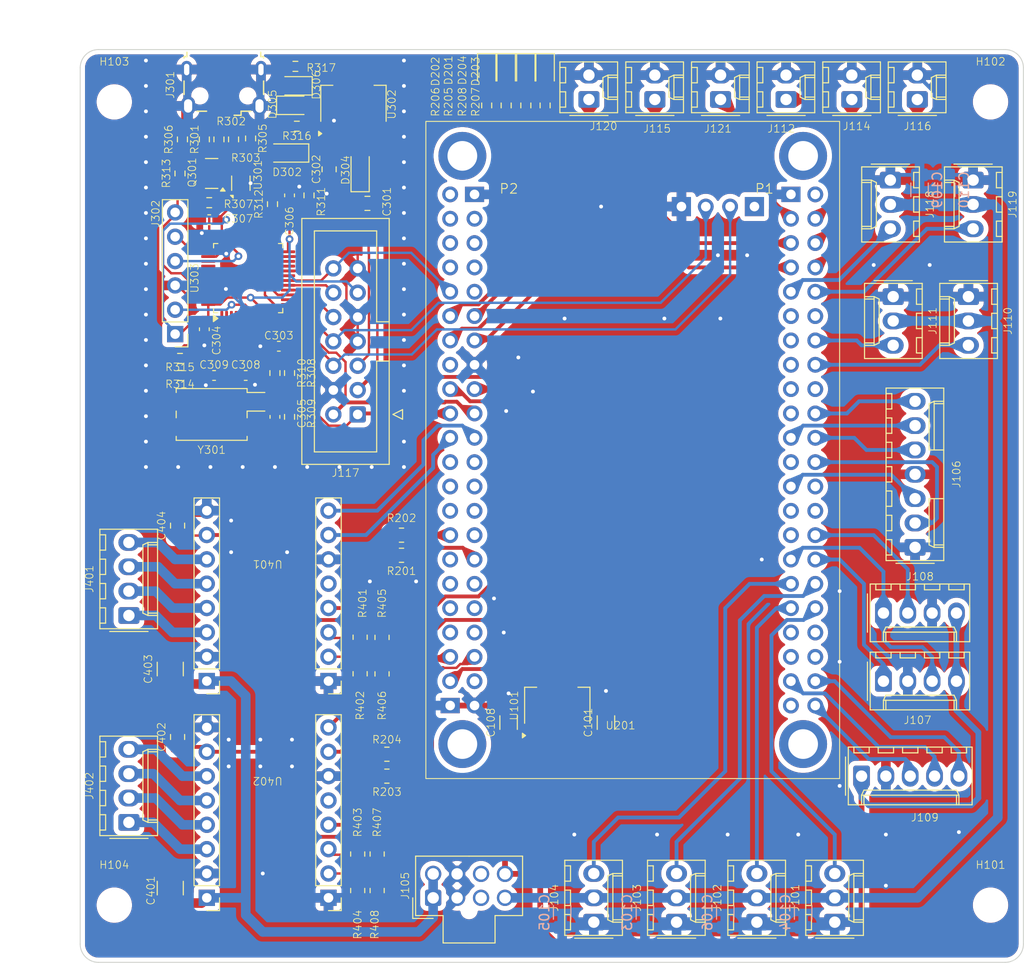
<source format=kicad_pcb>
(kicad_pcb (version 20241229) (generator "pcbnew") (generator_version "9.0")
  (layers (0 "F.Cu" signal) (4 "In1.Cu" signal) (6 "In2.Cu" signal) (2 "B.Cu" signal) (13 "F.Paste" user) (15 "B.Paste" user) (5 "F.SilkS" user "F.Silkscreen") (7 "B.SilkS" user "B.Silkscreen") (1 "F.Mask" user) (3 "B.Mask" user) (25 "Edge.Cuts" user))
  (net 0 "")
  (net 1 "+5V_LOGIC")
  (net 2 "GND")
  (net 3 "+5V_PWR")
  (net 4 "+3V3")
  (net 5 "Net-(D302-A)")
  (net 6 "+3.3VA")
  (net 7 "/stlink/SRST")
  (net 8 "/stlink/OSC_OUT")
  (net 9 "/stlink/OSC_IN")
  (net 10 "+BATT")
  (net 11 "Net-(D201-A)")
  (net 12 "Net-(D202-A)")
  (net 13 "Net-(D203-A)")
  (net 14 "Net-(D204-A)")
  (net 15 "/stlink/3V3_TARGET")
  (net 16 "Net-(D305-A)")
  (net 17 "/stlink/LED")
  (net 18 "Net-(D306-K)")
  (net 19 "/PWM_SERVO1")
  (net 20 "/PWM_SERVO2")
  (net 21 "/PWM_SERVO3")
  (net 22 "/PWM_SERVO4")
  (net 23 "/9Vl")
  (net 24 "/12Vl")
  (net 25 "/MOTOR_SCK")
  (net 26 "/MOTOR_TX(OUT)")
  (net 27 "/MOTOR_MISO")
  (net 28 "/MOTOR_MOSI")
  (net 29 "/MOTOR_RX(IN)")
  (net 30 "/WEACT/TIM3_CH3")
  (net 31 "/SB_RX")
  (net 32 "/SB_RST")
  (net 33 "/SB_TX")
  (net 34 "Net-(J301-D-)")
  (net 35 "Net-(J301-D+)")
  (net 36 "/stlink/SWDIO")
  (net 37 "/LIDAR_RX")
  (net 38 "/stlink/SWCLK")
  (net 39 "/stlink/BOOT0")
  (net 40 "/TMC/A01")
  (net 41 "/TMC/B01")
  (net 42 "/TMC/B02")
  (net 43 "/TMC/A02")
  (net 44 "/LIDAR_TX")
  (net 45 "Net-(Q301-E)")
  (net 46 "Net-(Q301-B)")
  (net 47 "/TMC/UART1")
  (net 48 "/TMC/UART2")
  (net 49 "/WEACT/DBG1")
  (net 50 "/WEACT/DBG2")
  (net 51 "/WEACT/DBG3")
  (net 52 "/WEACT/DBG4")
  (net 53 "Net-(U301-D+_out)")
  (net 54 "Net-(U301-D-_out)")
  (net 55 "/stlink/USB_RENUM")
  (net 56 "Net-(U303-PA0)")
  (net 57 "Net-(U303-PB2)")
  (net 58 "Net-(U303-PB12)")
  (net 59 "/stlink/T_JTMS")
  (net 60 "Net-(U303-PC14)")
  (net 61 "Net-(U303-PC13)")
  (net 62 "Net-(U401-MS1)")
  (net 63 "Net-(U402-MS1)")
  (net 64 "Net-(U401-MS2)")
  (net 65 "Net-(U402-MS2)")
  (net 68 "/WEACT/PA4")
  (net 71 "/WEACT/SPI3_CS")
  (net 72 "/stlink/T_NRST")
  (net 73 "/WEACT/USART2_RX")
  (net 75 "/WEACT/TIM5_CH1")
  (net 80 "/WEACT/UART7_RX")
  (net 82 "/WEACT/PE0")
  (net 84 "/WEACT/PB8")
  (net 87 "/WEACT/PB9")
  (net 88 "/WEACT/USART2_TX")
  (net 89 "/WEACT/PA1")
  (net 92 "/WEACT/PB6")
  (net 100 "/WEACT/PB7")
  (net 101 "/WEACT/TIM2_CH1")
  (net 105 "/WEACT/PE1")
  (net 107 "/stlink/T_JTCK")
  (net 110 "/WEACT/UART7_TX")
  (net 111 "/WEACT/VDD")
  (net 115 "/WEACT/PD3")
  (net 116 "/WEACT/PD5")
  (net 120 "Net-(U301-D+_in)")
  (net 121 "Net-(U301-D-_in)")
  (net 124 "/stlink/T_JTDI")
  (net 131 "/stlink/T_JTDO")
  (net 138 "/stlink/T_SWO")
  (net 142 "/TMC/B12")
  (net 143 "/TMC/B11")
  (net 144 "/TMC/A11")
  (net 145 "/TMC/A12")
  (net 146 "/WEACT/USART3_TX")
  (net 147 "/WEACT/USART3_RX")
  (net 155 "/PWM_SERVO5")
  (net 156 "/PWM_SERVO6")
  (footprint "Connector_Molex:Molex_KK-254_AE-6410-02A_1x02_P2.54mm_Vertical" (layer "F.Cu") (at 107.95 43.942 90)
    (property "Reference" "J112")
    (property "Value" "Tirette")
  )
  (footprint "Resistor_SMD:R_0603_1608Metric_Pad0.98x0.95mm_HandSolder" (layer "F.Cu") (at 47.752 54.711161)
    (property "Reference" "R307")
    (property "Value" "100R")
  )
  (footprint "Resistor_SMD:R_0603_1608Metric_Pad0.98x0.95mm_HandSolder" (layer "F.Cu") (at 56.896 46.736 180)
    (property "Reference" "R316")
    (property "Value" "1k")
  )
  (footprint "Crystal:Crystal_SMD_EuroQuartz_MQ-4Pin_7.0x5.0mm_HandSoldering" (layer "F.Cu") (at 48.006 76.809161 180)
    (property "Reference" "Y301")
    (property "Value" "8MHz")
  )
  (footprint "Connector_Molex:Molex_KK-254_AE-6410-03A_1x03_P2.54mm_Vertical" (layer "F.Cu") (at 87.884 129.794 90)
    (property "Reference" "J104")
    (property "Value" "servo dicristaline")
  )
  (footprint "Connector_Molex:Molex_KK-254_AE-6410-05A_1x05_P2.54mm_Vertical" (layer "F.Cu") (at 115.824 114.554)
    (property "Reference" "J109")
    (property "Value" "SNDBOARD")
  )
  (footprint "Resistor_SMD:R_0805_2012Metric_Pad1.20x1.40mm_HandSolder" (layer "F.Cu") (at 65.278 126.492 90)
    (property "Reference" "R408")
    (property "Value" "R_US")
  )
  (footprint "Capacitor_SMD:C_0805_2012Metric_Pad1.18x1.45mm_HandSolder" (layer "F.Cu") (at 44.45 88.4135 90)
    (property "Reference" "C404")
    (property "Value" "10uF")
  )
  (footprint "Resistor_SMD:R_0603_1608Metric_Pad0.98x0.95mm_HandSolder" (layer "F.Cu") (at 47.244 48.107161 90)
    (property "Reference" "R301")
    (property "Value" "1k")
  )
  (footprint "Package_QFP:LQFP-48_7x7mm_P0.5mm" (layer "F.Cu") (at 51.816 62.585161 90)
    (property "Reference" "U303")
    (property "Value" "STM32F103CBT6")
  )
  (footprint "Resistor_SMD:R_0603_1608Metric_Pad0.98x0.95mm_HandSolder" (layer "F.Cu") (at 44.704 70.967161 180)
    (property "Reference" "R315")
    (property "Value" "10k")
  )
  (footprint "MountingHole:MountingHole_3.2mm_M3" (layer "F.Cu") (at 129.286 128.016)
    (property "Reference" "H101")
    (property "Value" "M1")
  )
  (footprint "Resistor_SMD:R_0805_2012Metric_Pad1.20x1.40mm_HandSolder" (layer "F.Cu") (at 67.818 89.408 180)
    (property "Reference" "R202")
    (property "Value" "R_US")
  )
  (footprint "Package_TO_SOT_SMD:SOT-223-3_TabPin2" (layer "F.Cu") (at 62.803 44.372161 90)
    (property "Reference" "U302")
    (property "Value" "LD1117S33TR_SOT223")
  )
  (footprint "Resistor_SMD:R_0603_1608Metric_Pad0.98x0.95mm_HandSolder" (layer "F.Cu") (at 80.792649 44.562963 90)
    (property "Reference" "R208")
    (property "Value" "1k")
  )
  (footprint "Library:WeAct 32H7xx" (layer "F.Cu") (at 108.458 107.188)
    (property "Reference" "U201")
    (property "Value" "~")
  )
  (footprint "MountingHole:MountingHole_3.2mm_M3" (layer "F.Cu") (at 37.846 128.016)
    (property "Reference" "H104")
    (property "Value" "M1")
  )
  (footprint "Connector_Molex:Molex_KK-254_AE-6410-02A_1x02_P2.54mm_Vertical" (layer "F.Cu") (at 94.254 43.942 90)
    (property "Reference" "J115")
    (property "Value" "reset")
  )
  (footprint "Capacitor_SMD:C_0603_1608Metric_Pad1.08x0.95mm_HandSolder" (layer "F.Cu") (at 47.244 67.919161 -90)
    (property "Reference" "C304")
    (property "Value" "100nF")
  )
  (footprint "LED_SMD:LED_0805_2012Metric_Pad1.15x1.40mm_HandSolder" (layer "F.Cu") (at 82.804 41.013785 -90)
    (property "Reference" "D203")
    (property "Value" "LED")
  )
  (footprint "Connector_USB:USB_Micro-B_Wuerth_629105150521" (layer "F.Cu") (at 49.276 42.766161 180)
    (property "Reference" "J301")
    (property "Value" "629105150521")
  )
  (footprint "LED_SMD:LED_0805_2012Metric_Pad1.15x1.40mm_HandSolder" (layer "F.Cu") (at 78.74 41.013785 -90)
    (property "Reference" "D201")
    (property "Value" "LED")
  )
  (footprint "Resistor_SMD:R_0603_1608Metric_Pad0.98x0.95mm_HandSolder" (layer "F.Cu") (at 54.61 72.491161 -90)
    (property "Reference" "R310")
    (property "Value" "R_US")
  )
  (footprint "Library:TMC2209" (layer "F.Cu") (at 53.848 91.933 180)
    (property "Reference" "U401")
    (property "Value" "TMC2209")
  )
  (footprint "Connector_Molex:Molex_KK-254_AE-6410-04A_1x04_P2.54mm_Vertical" (layer "F.Cu") (at 118.11 104.648)
    (property "Reference" "J107")
    (property "Value" "LIDAR")
  )
  (footprint "Capacitor_SMD:C_0603_1608Metric_Pad1.08x0.95mm_HandSolder" (layer "F.Cu") (at 56.134 53.949161 90)
    (property "Reference" "C306")
    (property "Value" "100nF")
  )
  (footprint "MountingHole:MountingHole_3.2mm_M3" (layer "F.Cu") (at 37.846 44.196)
    (property "Reference" "H103")
    (property "Value" "M1")
  )
  (footprint "LED_SMD:LED_0805_2012Metric_Pad1.15x1.40mm_HandSolder" (layer "F.Cu") (at 56.642 44.551161)
    (property "Reference" "D305")
    (property "Value" "LED")
  )
  (footprint "Capacitor_SMD:C_0805_2012Metric_Pad1.18x1.45mm_HandSolder" (layer "F.Cu") (at 44.45 110.4685 90)
    (property "Reference" "C402")
    (property "Value" "10uF")
  )
  (footprint "LED_SMD:LED_0805_2012Metric_Pad1.15x1.40mm_HandSolder" (layer "F.Cu") (at 80.792649 41.013785 -90)
    (property "Reference" "D204")
    (property "Value" "LED")
  )
  (footprint "Connector_PinHeader_2.54mm:PinHeader_1x06_P2.54mm_Vertical" (layer "F.Cu") (at 44.196 68.427161 180)
    (property "Reference" "J302")
    (property "Value" "Conn_01x06_Pin")
  )
  (footprint "Capacitor_SMD:C_1210_3225Metric_Pad1.33x2.70mm_HandSolder" (layer "F.Cu") (at 43.688 103.378 90)
    (property "Reference" "C403")
    (property "Value" "47uF")
  )
  (footprint "Connector_Molex:Molex_KK-254_AE-6410-03A_1x03_P2.54mm_Vertical" (layer "F.Cu") (at 113.03 129.794 90)
    (property "Reference" "J101")
    (property "Value" "servo orientation")
  )
  (footprint "Resistor_SMD:R_0603_1608Metric_Pad0.98x0.95mm_HandSolder" (layer "F.Cu") (at 44.704 72.745161 180)
    (property "Reference" "R314")
    (property "Value" "DNP")
  )
  (footprint "Resistor_SMD:R_0603_1608Metric_Pad0.98x0.95mm_HandSolder" (layer "F.Cu") (at 44.958 48.107161 90)
    (property "Reference" "R306")
    (property "Value" "33k")
  )
  (footprint "Capacitor_SMD:C_1206_3216Metric_Pad1.33x1.80mm_HandSolder" (layer "F.Cu") (at 89.154 108.966 90)
    (property "Reference" "C101")
    (property "Value" "100n")
  )
  (footprint "Package_DFN_QFN:ST_UQFN-6L_1.5x1.7mm_P0.5mm" (layer "F.Cu") (at 51.054 52.679161 90)
    (property "Reference" "U301")
    (property "Value" "ECMF02-2AMX6")
  )
  (footprint "Resistor_SMD:R_0603_1608Metric_Pad0.98x0.95mm_HandSolder" (layer "F.Cu") (at 56.134 72.491161 -90)
    (property "Reference" "R308")
    (property "Value" "4k7")
  )
  (footprint "Resistor_SMD:R_0603_1608Metric_Pad0.98x0.95mm_HandSolder" (layer "F.Cu") (at 52.07 48.006 -90)
    (property "Reference" "R305")
    (property "Value" "10k")
  )
  (footprint "Resistor_SMD:R_0805_2012Metric_Pad1.20x1.40mm_HandSolder" (layer "F.Cu") (at 63.5 103.87 90)
    (property "Reference" "R402")
    (property "Value" "R_US")
  )
  (footprint "Resistor_SMD:R_0805_2012Metric_Pad1.20x1.40mm_HandSolder" (layer "F.Cu") (at 66.294 112.268 180)
    (property "Reference" "R204")
    (property "Value" "R_US")
  )
  (footprint "Diode_SMD:Nexperia_CFP3_SOD-123W" (layer "F.Cu") (at 55.88 49.53 180)
    (property "Reference" "D302")
    (property "Value" "PMEG40T10ER")
  )
  (footprint "Resistor_SMD:R_0603_1608Metric_Pad0.98x0.95mm_HandSolder" (layer "F.Cu") (at 50.292 48.107161 -90)
    (property "Reference" "R303")
    (property "Value" "10R")
  )
  (footprint "Connector_Molex:Molex_KK-254_AE-6410-03A_1x03_P2.54mm_Vertical" (layer "F.Cu") (at 119.126 64.516 -90)
    (property "Reference" "J111")
    (property "Value" "servo bras")
  )
  (footprint "Package_TO_SOT_SMD:SOT-223-3_TabPin2" (layer "F.Cu") (at 84.074 107.188 90)
    (property "Reference" "U101")
    (property "Value" "LD1117S33TR_SOT223")
  )
  (footprint "MountingHole:MountingHole_3.2mm_M3" (layer "F.Cu") (at 129.286 44.196)
    (property "Reference" "H102")
    (property "Value" "M1")
  )
  (footprint "LED_SMD:LED_0805_2012Metric_Pad1.15x1.40mm_HandSolder" (layer "F.Cu") (at 56.642 42.519161 180)
    (property "Reference" "D306")
    (property "Value" "LED")
  )
  (footprint "Resistor_SMD:R_0805_2012Metric_Pad1.20x1.40mm_HandSolder" (layer "F.Cu") (at 66.294 114.554 180)
    (property "Reference" "R203")
    (property "Value" "R_US")
  )
  (footprint "Connector_Molex:Molex_Nano-Fit_105310-xx08_2x04_P2.50mm_Vertical" (layer "F.Cu") (at 71.12 127.254 90)
    (property "Reference" "J105")
    (property "Value" "POW_access")
  )
  (footprint "Capacitor_SMD:C_0603_1608Metric_Pad1.08x0.95mm_HandSolder" (layer "F.Cu") (at 47.752 56.489161 180)
    (property "Reference" "C307")
    (property "Value" "100nF")
  )
  (footprint "Resistor_SMD:R_0805_2012Metric_Pad1.20x1.40mm_HandSolder" (layer "F.Cu") (at 65.786 103.886 90)
    (property "Reference" "R406")
    (property "Value" "R_US")
  )
  (footprint "Connector_Molex:Molex_KK-254_AE-6410-02A_1x02_P2.54mm_Vertical" (layer "F.Cu") (at 87.376 43.942 90)
    (property "Reference" "J120")
    (property "Value" "SWrobot")
  )
  (footprint "Resistor_SMD:R_0805_2012Metric_Pad1.20x1.40mm_HandSolder" (layer "F.Cu") (at 63.5 100.06 90)
    (property "Reference" "R401")
    (property "Value" "R_US")
  )
  (footprint "Capacitor_SMD:C_0603_1608Metric_Pad1.08x0.95mm_HandSolder" (layer "F.Cu") (at 55.0175 69.697161 180)
    (property "Reference" "C303")
    (property "Value" "100nF")
  )
  (footprint "Connector_IDC:IDC-Header_2x07_P2.54mm_Vertical" (layer "F.Cu") (at 63.246 76.809161 180)
    (property "Reference" "J117")
    (property "Value" "Conn_02x07_Odd_Even")
  )
  (footprint "Resistor_SMD:R_0603_1608Metric_Pad0.98x0.95mm_HandSolder" (layer "F.Cu") (at 44.704 51.663161 90)
    (property "Reference" "R313")
    (property "Value" "R_US")
  )
  (footprint "Resistor_SMD:R_0603_1608Metric_Pad0.98x0.95mm_HandSolder" (layer "F.Cu") (at 78.74 44.562963 90)
    (property "Reference" "R205")
    (property "Value" "1k")
  )
  (footprint "Capacitor_SMD:C_0603_1608Metric_Pad1.08x0.95mm_HandSolder" (layer "F.Cu") (at 48.26 72.745161 180)
    (property "Reference" "C309")
    (property "Value" "20pF")
  )
  (footprint "Resistor_SMD:R_0603_1608Metric_Pad0.98x0.95mm_HandSolder" (layer "F.Cu") (at 48.768 48.107161 -90)
    (property "Reference" "R302")
    (property "Value" "10R")
  )
  (footprint "Capacitor_SMD:C_0603_1608Metric_Pad1.08x0.95mm_HandSolder" (layer "F.Cu") (at 51.562 72.745161)
    (property "Reference" "C308")
    (property "Value" "20pF")
  )
  (footprint "Connector_Molex:Molex_KK-254_AE-6410-02A_1x02_P2.54mm_Vertical" (layer "F.Cu") (at 121.646 43.942 90)
    (property "Reference" "J116")
    (property "Value" "SWcote")
  )
  (footprint "Connector_Molex:Molex_KK-254_AE-6410-03A_1x03_P2.54mm_Vertical" (layer "F.Cu") (at 126.976 64.516 -90)
    (property "Reference" "J110")
    (property "Value" "servo orientation")
  )
  (footprint "Connector_Molex:Molex_KK-254_AE-6410-03A_1x03_P2.54mm_Vertical" (layer "F.Cu") (at 118.831365 52.356297 -90)
    (property "Reference" "J118")
    (property "Value" "servo orientation")
  )
  (footprint "Connector_Molex:Molex_KK-254_AE-6410-04A_1x04_P2.54mm_Vertical" (layer "F.Cu") (at 118.11 97.536)
    (property "Reference" "J108")
    (property "Value" "LIDAR")
  )
  (footprint "Connector_Molex:Molex_KK-254_AE-6410-04A_1x04_P2.54mm_Vertical" (layer "F.Cu") (at 39.37 97.79 90)
    (property "Reference" "J401")
    (property "Value" "KK-254_AE-6410-04A")
  )
  (footprint "Resistor_SMD:R_0805_2012Metric_Pad1.20x1.40mm_HandSolder" (layer "F.Cu") (at 67.818 91.506 180)
    (property "Reference" "R201")
    (property "Value" "R_US")
  )
  (footprint "Resistor_SMD:R_0805_2012Metric_Pad1.20x1.40mm_HandSolder" (layer "F.Cu") (at 65.786 100.076 90)
    (property "Reference" "R405")
    (property "Value" "R_US")
  )
  (footprint "Connector_Molex:Molex_KK-254_AE-6410-03A_1x03_P2.54mm_Vertical" (layer "F.Cu") (at 96.52 129.794 90)
    (property "Reference" "J103")
    (property "Value" "servo dicristaline")
  )
  (footprint "Connector_Molex:Molex_KK-254_AE-6410-07A_1x07_P2.54mm_Vertical" (layer "F.Cu") (at 121.412 90.678 90)
    (property "Reference" "J106")
    (property "Value" "KK-254_AE-6410-07A")
  )
  (footprint "Resistor_SMD:R_0603_1608Metric_Pad0.98x0.95mm_HandSolder" (layer "F.Cu") (at 56.134 77.063161 -90)
    (property "Reference" "R309")
    (property "Value" "4k7")
  )
  (footprint "Resistor_SMD:R_0805_2012Metric_Pad1.20x1.40mm_HandSolder" (layer "F.Cu") (at 63.246 126.492 90)
    (property "Reference" "R404")
    (property "Value" "R_US")
  )
  (footprint "Resistor_SMD:R_0805_2012Metric_Pad1.20x1.40mm_HandSolder" (layer "F.Cu") (at 63.246 122.682 90)
    (property "Reference" "R403")
    (property "Value" "R_US")
  )
  (footprint "Resistor_SMD:R_0603_1608Metric_Pad0.98x0.95mm_HandSolder" (layer "F.Cu") (at 56.7455 40.487161 180)
    (property "Reference" "R317")
    (property "Value" "1k")
  )
  (footprint "Connector_Molex:Molex_KK-254_AE-6410-03A_1x03_P2.54mm_Vertical" (layer "F.Cu") (at 127.467365 52.356297 -90)
    (property "Reference" "J119")
    (property "Value" "servo bras")
  )
  (footprint "Capacitor_SMD:C_0805_2012Metric_Pad1.18x1.45mm_HandSolder" (layer "F.Cu") (at 64.262 54.786161 180)
    (property "Reference" "C301")
    (property "Value" "10uF")
  )
  (footprint "Connector_Molex:Molex_KK-254_AE-6410-03A_1x03_P2.54mm_Vertical" (layer "F.Cu") (at 104.902 129.794 90)
    (property "Reference" "J102")
    (property "Value" "servo bras")
  )
  (footprint "Capacitor_SMD:C_1210_3225Metric_Pad1.33x2.70mm_HandSolder" (layer "F.Cu") (at 43.688 126.238 90)
    (property "Reference" "C401")
    (property "Value" "47uF")
  )
  (footprint "Capacitor_SMD:C_0603_1608Metric_Pad1.08x0.95mm_HandSolder" (layer "F.Cu") (at 54.61 77.063161 90)
    (property "Reference" "C305")
    (property "Value" "C")
  )
  (footprint "Resistor_SMD:R_0603_1608Metric_Pad0.98x0.95mm_HandSolder" (layer "F.Cu") (at 82.804 44.562963 90)
    (property "Reference" "R207")
    (property "Value" "1k")
  )
  (footprint "Capacitor_SMD:C_1206_3216Metric_Pad1.33x1.80mm_HandSolder" (layer "F.Cu") (at 78.994 108.966 90)
    (property "Reference" "C108")
    (property "Value" "100n")
  )
  (footprint "Connector_Molex:Molex_KK-254_AE-6410-02A_1x02_P2.54mm_Vertical" (layer "F.Cu") (at 101.112 43.942 90)
    (property "Reference" "J121")
    (property "Value" "reset")
  )
  (footprint "Resistor_SMD:R_0603_1608Metric_Pad0.98x0.95mm_HandSolder" (layer "F.Cu") (at 54.356 54.864 90)
    (property "Reference" "R312")
    (property "Value" "100R")
  )
  (footprint "Diode_SMD:Nexperia_CFP3_SOD-123W" (layer "F.Cu") (at 63.5 51.308 90)
    (property "Reference" "D304")
    (property "Value" "PMEG40T10ER")
  )
  (footprint "Resistor_SMD:R_0603_1608Metric_Pad0.98x0.95mm_HandSolder" (layer "F.Cu") (at 76.708 44.562963 90)
    (property "Reference" "R206")
    (property "Value" "1k")
  )
  (footprint "Package_TO_SOT_SMD:SOT-23" (layer "F.Cu") (at 48.006 51.663161 180)
    (property "Reference" "Q301")
    (property "Value" "MMBTA44")
  )
  (footprint "Connector_Molex:Molex_KK-254_AE-6410-02A_1x02_P2.54mm_Vertical" (layer "F.Cu") (at 114.808 43.942 90)
    (property "Reference" "J114")
    (property "Value" "SWcote")
  )
  (footprint "Connector_Molex:Molex_KK-254_AE-6410-04A_1x04_P2.54mm_Vertical" (layer "F.Cu") (at 39.37 119.38 90)
    (property "Reference" "J402")
    (property "Value" "KK-254_AE-6410-04A")
  )
  (footprint "Resistor_SMD:R_0603_1608Metric_Pad0.98x0.95mm_HandSolder" (layer "F.Cu") (at 58.166 53.949161 90)
    (property "Reference" "R311")
    (property "Value" "R_US")
  )
  (footprint "Library:TMC2209" (layer "F.Cu") (at 53.848 114.554 180)
    (property "Reference" "U402")
    (property "Value" "TMC2209")
  )
  (footprint "Resistor_SMD:R_0805_2012Metric_Pad1.20x1.40mm_HandSolder" (layer "F.Cu") (at 65.278 122.682 90)
    (property "Reference" "R407")
    (property "Value" "R_US")
  )
  (footprint "Capacitor_SMD:C_0805_2012Metric_Pad1.18x1.45mm_HandSolder" (layer "F.Cu") (at 60.263 51.230161 -90)
    (property "Reference" "C302")
    (property "Value" "10uF")
  )
  (footprint "LED_SMD:LED_0805_2012Metric_Pad1.15x1.40mm_HandSolder" (layer "F.Cu") (at 76.708 41.013785 -90)
    (property "Reference" "D202")
    (property "Value" "LED")
  )
  (footprint "Capacitor_SMD:C_1206_3216Metric_Pad1.33x1.80mm_HandSolder" (layer "B.Cu") (at 93.218 128.778 -90)
    (property "Reference" "C103")
    (property "Value" "100n")
  )
  (footprint "Capacitor_SMD:C_1206_3216Metric_Pad1.33x1.80mm_HandSolder" (layer "B.Cu") (at 101.6 128.778 -90)
    (property "Reference" "C106")
    (property "Value" "100n")
  )
  (footprint "Capacitor_SMD:C_1206_3216Metric_Pad1.33x1.80mm_HandSolder" (layer "B.Cu") (at 84.582 128.778 -90)
    (property "Reference" "C105")
    (property "Value" "100n")
  )
  (footprint "Capacitor_SMD:C_1206_3216Metric_Pad1.33x1.80mm_HandSolder" (layer "B.Cu") (at 124.673365 53.372297 90)
    (property "Reference" "C110")
    (property "Value" "100n")
  )
  (footprint "Capacitor_SMD:C_1206_3216Metric_Pad1.33x1.80mm_HandSolder" (layer "B.Cu") (at 121.879365 53.372297 90)
    (property "Reference" "C109")
    (property "Value" "100n")
  )
  (footprint "Capacitor_SMD:C_1206_3216Metric_Pad1.33x1.80mm_HandSolder" (layer "B.Cu") (at 109.728 128.778 -90)
    (property "Reference" "C104")
    (property "Value" "100n")
  )
  (gr_arc (start 36.195 133.985) (mid 34.847962 133.427038) (end 34.29 132.08) (stroke (width 0.1)) (layer "Edge.Cuts"))
  (gr_arc (start 34.29 40.64) (mid 34.847962 39.292962) (end 36.195 38.735) (stroke (width 0.1)) (layer "Edge.Cuts"))
  (gr_line (start 130.81 133.985) (end 36.195 133.985) (stroke (width 0.1)) (layer "Edge.Cuts"))
  (gr_line (start 132.715 40.64) (end 132.715 132.08) (stroke (width 0.1)) (layer "Edge.Cuts"))
  (gr_arc (start 132.715 132.08) (mid 132.157038 133.427038) (end 130.81 133.985) (stroke (width 0.1)) (layer "Edge.Cuts"))
  (gr_line (start 34.29 132.08) (end 34.29 40.64) (stroke (width 0.1)) (layer "Edge.Cuts"))
  (gr_line (start 36.195 38.735) (end 130.81 38.735) (stroke (width 0.1)) (layer "Edge.Cuts"))
  (gr_arc (start 130.81 38.735) (mid 132.157038 39.292962) (end 132.715 40.64) (stroke (width 0.1)) (layer "Edge.Cuts"))
  (segment (start 91.694 100.838) (end 92.202 100.33) (width 0.4) (layer "F.Cu") (net 1))
  (segment (start 76.454 103.378) (end 74.168 103.378) (width 0.4) (layer "F.Cu") (net 1))
  (segment (start 115.824 130.81) (end 115.824 114.554) (width 0.6) (layer "F.Cu") (net 1))
  (segment (start 92.202 103.632) (end 92.202 109.728) (width 0.4) (layer "F.Cu") (net 1))
  (segment (start 81.026 124.714) (end 82.296 125.984) (width 0.6) (layer "F.Cu") (net 1))
  (segment (start 92.202 100.838) (end 92.202 103.632) (width 0.4) (layer "F.Cu") (net 1))
  (segment (start 57.28 49.53) (end 58.856161 51.106161) (width 0.25) (layer "F.Cu") (net 1))
  (segment (start 74.168 103.378) (end 72.898 104.648) (width 0.4) (layer "F.Cu") (net 1))
  (segment (start 114.554 132.08) (end 115.824 130.81) (width 0.6) (layer "F.Cu") (net 1))
  (segment (start 91.4015 110.5285) (end 89.154 110.5285) (width 0.4) (layer "F.Cu") (net 1))
  (segment (start 65.024 51.106161) (end 65.024 51.0755) (width 0.25) (layer "F.Cu") (net 1))
  (segment (start 65.067 51.0755) (end 65.2995 51.308) (width 0.25) (layer "F.Cu") (net 1))
  (segment (start 58.856161 51.106161) (end 65.024 51.106161) (width 0.25) (layer "F.Cu") (net 1))
  (segment (start 65.2995 51.308) (end 65.2995 51.054) (width 0.25) (layer "F.Cu") (net 1))
  (segment (start 82.55 72.898) (end 92.202 82.55) (width 0.4) (layer "F.Cu") (net 1))
  (segment (start 91.694 100.838) (end 92.202 101.346) (width 0.4) (layer "F.Cu") (net 1))
  (segment (start 82.296 130.302) (end 84.074 132.08) (width 0.6) (layer "F.Cu") (net 1))
  (segment (start 65.07458 72.44058) (end 65.2995 72.215661) (width 0.25) (layer "F.Cu") (net 1))
  (segment (start 67.818 72.898) (end 65.07458 72.898) (width 0.25) (layer "F.Cu") (net 1))
  (segment (start 65.024 51.0755) (end 65.067 51.0755) (width 0.25) (layer "F.Cu") (net 1))
  (segment (start 65.247339 51.106161) (end 65.2995 51.054) (width 0.25) (layer "F.Cu") (net 1))
  (segment (start 80.986 124.754) (end 81.026 124.714) (width 0.6) (layer "F.Cu") (net 1))
  (segment (start 65.024 72.898) (end 64.617161 72.898) (width 0.4) (layer "F.Cu") (net 1))
  (segment (start 78.62 124.754) (end 80.986 124.754) (width 0.6) (layer "F.Cu") (net 1))
  (segment (start 78.62 121.278) (end 86.374 113.524) (width 0.6) (layer "F.Cu") (net 1))
  (segment (start 65.2995 51.054) (end 65.2995 50.8) (width 0.25) (layer "F.Cu") (net 1))
  (segment (start 67.818 72.898) (end 65.024 72.898) (width 0.4) (layer "F.Cu") (net 1))
  (segment (start 86.374 113.524) (end 86.374 110.338) (width 0.6) (layer "F.Cu") (net 1))
  (segment (start 65.2995 54.786161) (end 65.2995 51.308) (width 0.25) (layer "F.Cu") (net 1))
  (segment (start 77.47 103.378) (end 76.454 103.378) (width 0.4) (layer "F.Cu") (net 1))
  (segment (start 92.202 109.728) (end 91.4015 110.5285) (width 0.4) (layer "F.Cu") (net 1))
  (segment (start 91.694 100.838) (end 92.202 100.838) (width 0.4) (layer "F.Cu") (net 1))
  (segment (start 89.154 110.5285) (end 86.5645 110.5285) (width 0.6) (layer "F.Cu") (net 1))
  (segment (start 65.2995 72.215661) (end 65.2995 54.786161) (width 0.25) (layer "F.Cu") (net 1))
  (segment (start 65.024 51.0755) (end 65.2995 50.8) (width 0.25) (layer "F.Cu") (net 1))
  (segment (start 92.202 101.346) (end 92.202 103.632) (width 0.4) (layer "F.Cu") (net 1))
  (segment (start 65.024 51.106161) (end 65.247339 51.106161) (width 0.25) (layer "F.Cu") (net 1))
  (segment (start 65.07458 72.898) (end 65.07458 72.44058) (width 0.25) (layer "F.Cu") (net 1))
  (segment (start 64.617161 72.898) (end 63.246 74.269161) (width 0.4) (layer "F.Cu") (net 1))
  (segment (start 65.024 72.898) (end 82.55 72.898) (width 0.4) (layer "F.Cu") (net 1))
  (segment (start 77.47 103.378) (end 74.168 103.378) (width 0.25) (layer "F.Cu") (net 1))
  (segment (start 65.2995 50.8) (end 65.2995 47.718661) (width 0.25) (layer "F.Cu") (net 1))
  (segment (start 82.296 125.984) (end 82.296 130.302) (width 0.6) (layer "F.Cu") (net 1))
  (segment (start 84.074 132.08) (end 114.554 132.08) (width 0.6) (layer "F.Cu") (net 1))
  (segment (start 77.47 103.378) (end 80.01 100.838) (width 0.4) (layer "F.Cu") (net 1))
  (segment (start 80.01 100.838) (end 91.694 100.838) (width 0.4) (layer "F.Cu") (net 1))
  (segment (start 78.62 124.754) (end 78.62 121.278) (width 0.6) (layer "F.Cu") (net 1))
  (segment (start 63.246 74.269161) (end 65.07458 72.44058) (width 0.25) (layer "F.Cu") (net 1))
  (segment (start 92.202 100.33) (end 92.202 100.838) (width 0.4) (layer "F.Cu") (net 1))
  (segment (start 92.202 82.55) (end 92.202 100.33) (width 0.4) (layer "F.Cu") (net 1))
  (segment (start 128.016 116.84) (end 127.254 117.602) (width 0.6) (layer "B.Cu") (net 1))
  (segment (start 125.73 104.648) (end 125.73 107.696) (width 0.6) (layer "B.Cu") (net 1))
  (segment (start 127.254 117.602) (end 116.586 117.602) (width 0.6) (layer "B.Cu") (net 1))
  (segment (start 115.824 116.84) (end 115.824 114.554) (width 0.6) (layer "B.Cu") (net 1))
  (segment (start 128.016 109.982) (end 128.016 116.84) (width 0.6) (layer "B.Cu") (net 1))
  (segment (start 116.586 117.602) (end 115.824 116.84) (width 0.6) (layer "B.Cu") (net 1))
  (segment (start 125.73 107.696) (end 128.016 109.982) (width 0.6) (layer "B.Cu") (net 1))
  (segment (start 125.73 104.648) (end 125.73 97.536) (width 0.6) (layer "B.Cu") (net 1))
  (segment (start 53.086 69.697161) (end 52.566 69.177161) (width 0.25) (layer "F.Cu") (net 2))
  (segment (start 52.4245 72.745161) (end 52.4245 73.607661) (width 0.25) (layer "F.Cu") (net 2))
  (segment (start 45.401 40.816161) (end 45.401 44.466161) (width 0.25) (layer "F.Cu") (net 2))
  (segment (start 62.07 65.473161) (end 62.07 62.745161) (width 0.25) (layer "F.Cu") (net 2))
  (segment (start 43.7915 72.745161) (end 43.7915 74.974661) (width 0.25) (layer "F.Cu") (net 2))
  (segment (start 44.704 50.750661) (end 42.418 50.750661) (width 0.25) (layer "F.Cu") (net 2))
  (segment (start 46.975 87.376) (end 47.498 86.853) (width 0.25) (layer "F.Cu") (net 2))
  (segment (start 72.898 107.188) (end 78.7785 107.188) (width 0.6) (layer "F.Cu") (net 2))
  (segment (start 62.07 62.745161) (end 63.246 61.569161) (width 0.25) (layer "F.Cu") (net 2))
  (segment (start 63.5 104.87) (end 65.77 104.87) (width 0.25) (layer "F.Cu") (net 2))
  (segment (start 53.682 74.393161) (end 53.682 76.997661) (width 0.25) (layer "F.Cu") (net 2))
  (segment (start 52.4245 73.607661) (end 52.52742 73.71058) (width 0.25) (layer "F.Cu") (net 2))
  (segment (start 57.15 59.970339) (end 57.15 53.036661) (width 0.25) (layer "F.Cu") (net 2))
  (segment (start 46.8895 56.489161) (end 46.8895 57.658661) (width 0.25) (layer "F.Cu") (net 2))
  (segment (start 127.467365 52.356297) (end 118.831365 52.356297) (width 0.25) (layer "F.Cu") (net 2))
  (segment (start 48.460178 64.835161) (end 49.494091 63.801248) (width 0.25) (layer "F.Cu") (net 2))
  (segment (start 53.682 76.997661) (end 54.61 77.925661) (width 0.25) (layer "F.Cu") (net 2))
  (segment (start 46.8895 57.658661) (end 46.977 57.746161) (width 0.25) (layer "F.Cu") (net 2))
  (segment (start 47.244 69.603161) (end 47.244 68.781661) (width 0.25) (layer "F.Cu") (net 2))
  (segment (start 81.774 107.936) (end 81.2415 107.4035) (width 0.6) (layer "F.Cu") (net 2))
  (segment (start 45.938 64.835161) (end 44.45 63.347161) (width 0.25) (layer "F.Cu") (net 2))
  (segment (start 78.923562 39.988785) (end 80.792649 39.988785) (width 0.25) (layer "F.Cu") (net 2))
  (segment (start 47.976 45.791161) (end 48.26 46.075161) (width 0.25) (layer "F.Cu") (net 2))
  (segment (start 46.977 57.746161) (end 46.977 57.886161) (width 0.25) (layer "F.Cu") (net 2))
  (segment (start 63.246 66.649161) (end 62.07 65.473161) (width 0.25) (layer "F.Cu") (net 2))
  (segment (start 62.8955 54.457161) (end 60.696 54.457161) (width 0.25) (layer "F.Cu") (net 2))
  (segment (start 47.976 44.666161) (end 47.976 45.567161) (width 0.25) (layer "F.Cu") (net 2))
  (segment (start 54.155 69.697161) (end 53.086 69.697161) (width 0.25) (layer "F.Cu") (net 2))
  (segment (start 42.418 47.752) (end 42.418 51.816) (width 0.25) (layer "F.Cu") (net 2))
  (segment (start 48.26 46.075161) (end 48.006 46.075161) (width 0.25) (layer "F.Cu") (net 2))
  (segment (start 43.078839 63.347161) (end 44.196 63.347161) (width 0.25) (layer "F.Cu") (net 2))
  (segment (start 42.975339 47.194661) (end 42.418 47.752) (width 0.25) (layer "F.Cu") (net 2))
  (segment (start 42.418 50.750661) (end 42.418 51.816) (width 0.25) (layer "F.Cu") (net 2))
  (segment (start 60.696 54.457161) (end 60.009 53.770161) (width 0.25) (layer "F.Cu") (net 2))
  (segment (start 58.166 53.036661) (end 57.15 53.036661) (width 0.25) (layer "F.Cu") (net 2))
  (segment (start 49.494091 63.801248) (end 49.494091 63.718091) (width 0.25) (layer "F.Cu") (net 2))
  (segment (start 47.6535 64.835161) (end 45.938 64.835161) (width 0.25) (layer "F.Cu") (net 2))
  (segment (start 47.3975 74.623661) (end 46.532 75.489161) (width 0.25) (layer "F.Cu") (net 2))
  (segment (start 65.278 127.492) (end 63.246 127.492) (width 0.25) (layer "F.Cu") (net 2))
  (segment (start 58.166 53.036661) (end 59.2755 53.036661) (width 0.25) (layer "F.Cu") (net 2))
  (segment (start 45.1555 69.603161) (end 47.244 69.603161) (width 0.25) (layer "F.Cu") (net 2))
  (segment (start 52.566 69.177161) (end 52.566 66.747661) (width 0.25) (layer "F.Cu") (net 2))
  (segment (start 42.418 62.738) (end 42.418 51.816) (width 0.25) (layer "F.Cu") (net 2))
  (segment (start 45.555 55.154661) (end 45.555 51.601661) (width 0.25) (layer "F.Cu") (net 2))
  (segment (start 43.7915 72.745161) (end 43.7915 70.967161) (width 0.25) (layer "F.Cu") (net 2))
  (segment (start 52.4245 73.60766) (end 53.210001 74.393161) (width 0.25) (layer "F.Cu") (net 2))
  (segment (start 60.198 53.581161) (end 60.009 53.770161) (width 0.25) (layer "F.Cu") (net 2))
  (segment (start 51.554 52.679161) (end 51.554 51.991661) (width 0.25) (layer "F.Cu") (net 2))
  (segment (start 54.61 77.925661) (end 51.9095 77.925661) (width 0.25) (layer "F.Cu") (net 2))
  (segment (start 53.151 40.816161) (end 53.151 44.466161) (width 0.25) (layer "F.Cu") (net 2))
  (segment (start 51.554 53.366661) (end 51.554 52.679161) (width 0.25) (layer "F.Cu") (net 2))
  (segment (start 60.503 46.418161) (end 60.771 46.150161) (width 0.25) (layer "F.Cu") (net 2))
  (segment (start 46.8895 56.489161) (end 45.555 55.154661) (width 0.25) (layer "F.Cu") (net 2))
  (segment (start 49.566 58.422661) (end 49.566 59.996161) (width 0.25) (layer "F.Cu") (net 2))
  (segment (start 59.2755 53.036661) (end 60.009 53.770161) (width 0.25) (layer "F.Cu") (net 2))
  (segment (start 55.833 40.487161) (end 53.48 40.487161) (width 0.25) (layer "F.Cu") (net 2))
  (segment (start 47.3975 72.745161) (end 47.3975 73.761161) (width 0.25) (layer "F.Cu") (net 2))
  (segment (start 44.45 109.431) (end 47.455 109.431) (width 0.4) (layer "F.Cu") (net 2))
  (segment (start 47.976 45.567161) (end 47.976 46.045161) (width 0.25) (layer "F.Cu") (net 2))
  (segment (start 60.198 52.332661) (end 60.198 53.581161) (width 0.25) (layer "F.Cu") (net 2))
  (segment (start 76.979284 39.988785) (end 78.923562 39.988785) (width 0.25) (layer "F.Cu") (net 2))
  (segment (start 49.703984 63.508199) (end 49.703984 60.206145) (width 0.25) (layer "F.Cu") (net 2))
  (segment (start 43.7915 70.967161) (end 42.418 69.593661) (width 0.25) (layer "F.Cu") (net 2))
  (segment (start 43.7915 70.967161) (end 45.1555 69.603161) (width 0.25) (layer "F.Cu") (net 2))
  (segment (start 48.514 46.075161) (end 48.26 46.075161) (width 0.25) (layer "F.Cu") (net 2))
  (segment (start 52.4245 72.745161) (end 52.4245 73.60766) (width 0.25) (layer "F.Cu") (net 2))
  (segment (start 44.958 46.075161) (end 44.958 45.209161) (width 0.25) (layer "F.Cu") (net 2))
  (segment (start 47.498 124.714) (end 43.7265 124.714) (width 0.25) (layer "F.Cu") (net 2))
  (segment (start 57.15 53.036661) (end 56.184 53.036661) (width 0.25) (layer "F.Cu") (net 2))
  (segment (start 63.246 61.569161) (end 63.246 54.807661) (width 0.25) (layer "F.Cu") (net 2))
  (segment (start 46.532 75.489161) (end 44.306 75.489161) (width 0.25) (layer "F.Cu") (net 2))
  (segment (start 44.958 45.209161) (end 45.551 44.616161) (width 0.25) (layer "F.Cu") (net 2))
  (segment (start 63.246 69.189161) (end 63.246 66.649161) (width 0.25) (layer "F.Cu") (net 2))
  (segment (start 63.5 104.87) (end 60.435 104.87) (width 0.25) (layer "F.Cu") (net 2))
  (segment (start 81.774 110.338) (end 81.774 107.936) (width 0.6) (layer "F.Cu") (net 2))
  (segment (start 56.134 77.975661) (end 54.66 77.975661) (width 0.25) (layer "F.Cu") (net 2))
  (segment (start 51.554 52.679161) (end 52.07 52.679161) (width 0.25) (layer "F.Cu") (net 2))
  (segment (start 42.418 69.593661) (end 42.418 64.008) (width 0.25) (layer "F.Cu") (net 2))
  (segment (start 49.494091 63.718091) (end 49.703984 63.508199) (width 0.25) (layer "F.Cu") (net 2))
  (segment (start 43.688 101.8155) (end 47.2205 101.8155) (width 0.25) (layer "F.Cu") (net 2))
  (segment (start 49.703984 60.206145) (end 49.53 60.032161) (width 0.25) (layer "F.Cu") (net 2))
  (segment (start 47.3975 73.761161) (end 47.3975 74.623661) (width 0.25) (layer "F.Cu") (net 2))
  (segment (start 44.958 47.194661) (end 44.958 46.075161) (width 0.25) (layer "F.Cu") (net 2))
  (segment (start 45.555 51.601661) (end 44.704 50.750661) (width 0.25) (layer "F.Cu") (net 2))
  (segment (start 47.976 46.045161) (end 48.006 46.075161) (width 0.25) (layer "F.Cu") (net 2))
  (segment (start 56.785178 60.335161) (end 57.15 59.970339) (width 0.25) (layer "F.Cu") (net 2))
  (segment (start 60.503 47.522161) (end 60.503 46.418161) (width 0.25) (layer "F.Cu") (net 2))
  (segment (start 49.566 59.996161) (end 49.53 60.032161) (width 0.25) (layer "F.Cu") (net 2))
  (segment (start 48.006 46.075161) (end 44.958 46.075161) (width 0.25) (layer "F.Cu") (net 2))
  (segment (start 63.246 127.492) (end 60.436 127.492) (width 0.25) (layer "F.Cu") (net 2))
  (segment (start 48.626 45.963161) (end 48.514 46.075161) (width 0.25) (layer "F.Cu") (net 2))
  (segment (start 44.196 63.347161) (end 43.027161 63.347161) (width 0.25) (layer "F.Cu") (net 2))
  (segment (start 55.9785 60.335161) (end 56.785178 60.335161) (width 0.25) (layer "F.Cu") (net 2))
  (segment (start 82.69415 39.988785) (end 80.792649 39.988785) (width 0.25) (layer "F.Cu") (net 2))
  (segment (start 81.2415 107.4035) (end 78.994 107.4035) (width 0.6) (layer "F.Cu") (net 2))
  (segment (start 44.958 47.194661) (end 42.975339 47.194661) (width 0.25) (layer "F.Cu") (net 2))
  (segment (start 48.626 44.666161) (end 48.626 45.963161) (width 0.25) (layer "F.Cu") (net 2))
  (segment (start 47.6535 64.835161) (end 48.460178 64.835161) (width 0.25) (layer "F.Cu") (net 2))
  (segment (start 44.45 87.376) (end 46.975 87.376) (width 0.25) (layer "F.Cu") (net 2))
  (segment (start 47.976 45.567161) (end 47.976 45.791161) (width 0.25) (layer "F.Cu") (net 2))
  (segment (start 42.418 64.008) (end 43.078839 63.347161) (width 0.25) (layer "F.Cu") (net 2))
  (segment (start 43.027161 63.347161) (end 42.418 62.738) (width 0.25) (layer "F.Cu") (net 2))
  (segment (start 53.210001 74.393161) (end 53.682 74.393161) (width 0.25) (layer "F.Cu") (net 2))
  (via (at 68.072 63.738125) (size 0.8) (drill 0.4) (layers "F.Cu" "B.Cu") (net 2))
  (via (at 41.148 82.296) (size 0.8) (drill 0.4) (layers "F.Cu" "B.Cu") (net 2))
  (via (at 101.854 120.65) (size 0.8) (drill 0.4) (layers "F.Cu" "B.Cu") (net 2))
  (via (at 41.148 74.342625) (size 0.8) (drill 0.4) (layers "F.Cu" "B.Cu") (net 2))
  (via (at 56.388 110.744) (size 0.8) (drill 0.4) (layers "F.Cu" "B.Cu") (net 2))
  (via (at 109.22 120.65) (size 0.8) (drill 0.4) (layers "F.Cu" "B.Cu") (net 2))
  (via (at 68.072 58.435875) (size 0.8) (drill 0.4) (layers "F.Cu" "B.Cu") (net 2))
  (via (at 55.88 91.186) (size 0.8) (drill 0.4) (layers "F.Cu" "B.Cu") (net 2))
  (via (at 47.244 69.603161) (size 0.8) (drill 0.4) (layers "F.Cu" "B.Cu") (net 2))
  (via (at 68.072 61.087) (size 0.8) (drill 0.4) (layers "F.Cu" "B.Cu") (net 2))
  (via (at 113.538 102.616) (size 0.8) (drill 0.4) (layers "F.Cu" "B.Cu") (net 2))
  (via (at 53.086 110.744) (size 0.8) (drill 0.4) (layers "F.Cu" "B.Cu") (net 2))
  (via (at 68.072 55.78475) (size 0.8) (drill 0.4) (layers "F.Cu" "B.Cu") (net 2))
  (via (at 56.388 113.538) (size 0.8) (drill 0.4) (layers "F.Cu" "B.Cu") (net 2))
  (via (at 53.086 113.538) (size 0.8) (drill 0.4) (layers "F.Cu" "B.Cu") (net 2))
  (via (at 64.7065 82.296) (size 0.8) (drill 0.4) (layers "F.Cu" "B.Cu") (net 2))
  (via (at 41.148 50.4825) (size 0.8) (drill 0.4) (layers "F.Cu" "B.Cu") (net 2))
  (via (at 78.486 99.568) (size 0.8) (drill 0.4) (layers "F.Cu" "B.Cu") (net 2))
  (via (at 47.879 82.296) (size 0.8) (drill 0.4) (layers "F.Cu" "B.Cu") (net 2))
  (via (at 100.838 60.198) (size 0.8) (drill 0.4) (layers "F.Cu" "B.Cu") (net 2))
  (via (at 78.74 76.454) (size 0.8) (drill 0.4) (layers "F.Cu" "B.Cu") (net 2))
  (via (at 41.148 58.435875) (size 0.8) (drill 0.4) (layers "F.Cu" "B.Cu") (net 2))
  (via (at 64.516 94.234) (size 0.8) (drill 0.4) (layers "F.Cu" "B.Cu") (net 2))
  (via (at 68.072 82.296) (size 0.8) (drill 0.4) (layers "F.Cu" "B.Cu") (net 2))
  (via (at 57.15 53.036661) (size 0.8) (drill 0.4) (layers "F.Cu" "B.Cu") (net 2))
  (via (at 44.5135 82.296) (size 0.8) (drill 0.4) (layers "F.Cu" "B.Cu") (net 2))
  (via (at 54.61 82.296) (size 0.8) (drill 0.4) (layers "F.Cu" "B.Cu") (net 2))
  (via (at 68.072 71.6915) (size 0.8) (drill 0.4) (layers "F.Cu" "B.Cu") (net 2))
  (via (at 118.364 120.65) (size 0.8) (drill 0.4) (layers "F.Cu" "B.Cu") (net 2))
  (via (at 68.072 74.342625) (size 0.8) (drill 0.4) (layers "F.Cu" "B.Cu") (net 2))
  (via (at 52.52742 73.71058) (size 0.8) (drill 0.4) (layers "F.Cu" "B.Cu") (net 2))
  (via (at 60.009 53.770161) (size 0.8) (drill 0.4) (layers "F.Cu" "B.Cu") (net 2))
  (via (at 50.038 91.186) (size 0.8) (drill 0.4) (layers "F.Cu" "B.Cu") (net 2))
  (via (at 94.488 120.65) (size 0.8) (drill 0.4) (layers "F.Cu" "B.Cu") (net 2))
  (via (at 103.886 60.198) (size 0.8) (drill 0.4) (layers "F.Cu" "B.Cu") (net 2))
  (via (at 105.41 91.948) (size 0.8) (drill 0.4) (layers "F.Cu" "B.Cu") (net 2))
  (via (at 41.148 53.133625) (size 0.8) (drill 0.4) (layers "F.Cu" "B.Cu") (net 2))
  (via (at 68.072 47.831375) (size 0.8) (drill 0.4) (layers "F.Cu" "B.Cu") (net 2))
  (via (at 118.364 125.984) (size 0.8) (drill 0.4) (layers "F.Cu" "B.Cu") (net 2))
  (via (at 52.07 52.679161) (size 0.8) (drill 0.4) (layers "F.Cu" "B.Cu") (net 2))
  (via (at 41.148 76.99375) (size 0.8) (drill 0.4) (layers "F.Cu" "B.Cu") (net 2))
  (via (at 41.148 66.38925) (size 0.8) (drill 0.4) (layers "F.Cu" "B.Cu") (net 2))
  (via (at 68.072 39.878) (size 0.8) (drill 0.4) (layers "F.Cu" "B.Cu") (net 2))
  (via (at 68.072 69.040375) (size 0.8) (drill 0.4) (layers "F.Cu" "B.Cu") (net 2))
  (via (at 68.072 50.4825) (size 0.8) (drill 0.4) (layers "F.Cu" "B.Cu") (net 2))
  (via (at 53.086 69.697161) (size 0.8) (drill 0.4) (layers "F.Cu" "B.Cu") (net 2))
  (via (at 68.072 45.18025) (size 0.8) (drill 0.4) (layers "F.Cu" "B.Cu") (net 2))
  (via (at 46.977 57.886161) (size 0.8) (drill 0.4) (layers "F.Cu" "B.Cu") (net 2))
  (via (at 80.01 70.866) (size 0.8) (drill 0.4) (layers "F.Cu" "B.Cu") (net 2))
  (via (at 41.148 55.78475) (size 0.8) (drill 0.4) (layers "F.Cu" "B.Cu") (net 2))
  (via (at 68.072 53.133625) (size 0.8) (drill 0.4) (layers "F.Cu" "B.Cu") (net 2))
  (via (at 113.538 115.57) (size 0.8) (drill 0.4) (layers "F.Cu" "B.Cu") (net 2))
  (via (at 89.154 105.664) (size 0.8) (drill 0.4) (layers "F.Cu" "B.Cu") (net 2))
  (via (at 41.148 39.878) (size 0.8) (drill 0.4) (layers "F.Cu" "B.Cu") (net 2))
  (via (at 95.25 66.802) (size 0.8) (drill 0.4) (layers "F.Cu" "B.Cu") (net 2))
  (via (at 53.34 124.714) (size 0.8) (drill 0.4) (layers "F.Cu" "B.Cu") (net 2))
  (via (at 81.534 74.422) (size 0.8) (drill 0.4) (layers "F.Cu" "B.Cu") (net 2))
  (via (at 41.148 69.040375) (size 0.8) (drill 0.4) (layers "F.Cu" "B.Cu") (net 2))
  (via (at 49.494091 63.718091) (size 0.8) (drill 0.4) (layers "F.Cu" "B.Cu") (net 2))
  (via (at 51.2445 82.296) (size 0.8) (drill 0.4) (layers "F.Cu" "B.Cu") (net 2))
  (via (at 68.072 66.38925) (size 0.8) (drill 0.4) (layers "F.Cu" "B.Cu") (net 2))
  (via (at 78.994 105.918) (size 0.8) (drill 0.4) (layers "F.Cu" "B.Cu") (net 2))
  (via (at 49.784 113.538) (size 0.8) (drill 0.4) (layers "F.Cu" "B.Cu") (net 2))
  (via (at 41.148 42.529125) (size 0.8) (drill 0.4) (layers "F.Cu" "B.Cu") (net 2))
  (via (at 41.148 71.6915) (size 0.8) (drill 0.4) (layers "F.Cu" "B.Cu") (net 2))
  (via (at 57.9755 82.296) (size 0.8) (drill 0.4) (layers "F.Cu" "B.Cu") (net 2))
  (via (at 88.646 55.118) (size 0.8) (drill 0.4) (layers "F.Cu" "B.Cu") (net 2))
  (via (at 50.038 87.884) (size 0.8) (drill 0.4) (layers "F.Cu" "B.Cu") (net 2))
  (via (at 41.148 63.738125) (size 0.8) (drill 0.4) (layers "F.Cu" "B.Cu") (net 2))
  (via (at 49.53 60.032161) (size 0.8) (drill 0.4) (layers "F.Cu" "B.Cu") (net 2))
  (via (at 69.342 94.234) (size 0.8) (drill 0.4) (layers "F.Cu" "B.Cu") (net 2))
  (via (at 60.771 46.150161) (size 0.8) (drill 0.4) (layers "F.Cu" "B.Cu") (net 2))
  (via (at 122.936 61.214) (size 0.8) (drill 0.4) (layers "F.Cu" "B.Cu") (net 2))
  (via (at 41.148 45.18025) (size 0.8) (drill 0.4) (layers "F.Cu" "B.Cu") (net 2))
  (via (at 77.47 96.012) (size 0.8) (drill 0.4) (layers "F.Cu" "B.Cu") (net 2))
  (via (at 113.538 95.25) (size 0.8) (drill 0.4) (layers "F.Cu" "B.Cu") (net 2))
  (via (at 49.784 110.744) (size 0.8) (drill 0.4) (layers "F.Cu" "B.Cu") (net 2))
  (via (at 85.852 120.65) (size 0.8) (drill 0.4) (layers "F.Cu" "B.Cu") (net 2))
  (via (at 101.092 66.802) (size 0.8) (drill 0.4) (layers "F.Cu" "B.Cu") (net 2))
  (via (at 84.836 66.802) (size 0.8) (drill 0.4) (layers "F.Cu" "B.Cu") (net 2))
  (via (at 68.072 79.644875) (size 0.8) (drill 0.4) (layers "F.Cu" "B.Cu") (net 2))
  (via (at 117.094 61.214) (size 0.8) (drill 0.4) (layers "F.Cu" "B.Cu") (net 2))
  (via (at 47.3975 73.761161) (size 0.8) (drill 0.4) (layers "F.Cu" "B.Cu") (net 2))
  (via (at 41.148 47.831375) (size 0.8) (drill 0.4) (layers "F.Cu" "B.Cu") (net 2))
  (via (at 125.984 120.396) (size 0.8) (drill 0.4) (layers "F.Cu" "B.Cu") (net 2))
  (via (at 41.148 79.644875) (size 0.8) (drill 0.4) (layers "F.Cu" "B.Cu") (net 2))
  (via (at 41.148 61.087) (size 0.8) (drill 0.4) (layers "F.Cu" "B.Cu") (net 2))
  (via (at 61.341 82.296) (size 0.8) (drill 0.4) (layers "F.Cu" "B.Cu") (net 2))
  (via (at 68.072 42.529125) (size 0.8) (drill 0.4) (layers "F.Cu" "B.Cu") (net 2))
  (segment (start 121.646 41.402) (end 124.714 44.47) (width 0.4) (layer "B.Cu") (net 2))
  (segment (start 114.808 41.402) (end 121.646 41.402) (width 0.4) (layer "B.Cu") (net 2))
  (segment (start 87.376 41.402) (end 94.254 41.402) (width 0.4) (layer "B.Cu") (net 2))
  (segment (start 101.6 130.3405) (end 104.3555 130.3405) (width 0.6) (layer "B.Cu") (net 2))
  (segment (start 49.703984 60.032161) (end 49.53 60.032161) (width 0.25) (layer "B.Cu") (net 2))
  (segment (start 109.728 130.3405) (end 105.4485 130.3405) (width 0.6) (layer "B.Cu") (net 2))
  (segment (start 53.086 67.31) (end 49.494091 63.718091) (width 0.25) (layer "B.Cu") (net 2))
  (segment (start 84.582 130.3405) (end 87.3375 130.3405) (width 0.6) (layer "B.Cu") (net 2))
  (segment (start 47.3975 73.761161) (end 52.476839 73.761161) (width 0.25) (layer "B.Cu") (net 2))
  (segment (start 49.784 60.045161) (end 49.771 60.032161) (width 0.25) (layer "B.Cu") (net 2))
  (segment (start 60.009 53.770161) (end 60.009 46.912161) (width 0.25) (layer "B.Cu") (net 2))
  (segment (start 127.467365 52.356297) (end 127.467365 50.505365) (width 0.4) (layer "B.Cu") (net 2))
  (segment (start 53.086 69.697161) (end 53.086 67.31) (width 0.25) (layer "B.Cu") (net 2))
  (segment (start 121.879365 51.809797) (end 119.377865 51.809797) (width 0.4) (layer "B.Cu") (net 2))
  (segment (start 52.992 69.603161) (end 47.752 69.603161) (width 0.25) (layer "B.Cu") (net 2))
  (segment (start 52.476839 73.761161) (end 52.52742 73.71058) (width 0.25) (layer "B.Cu") (net 2))
  (segment (start 121.879365 51.809797) (end 124.673365 51.809797) (width 0.4) (layer "B.Cu") (net 2))
  (segment (start 124.714 44.47) (end 124.714 47.752) (width 0.4) (layer "B.Cu") (net 2))
  (segment (start 60.009 46.912161) (end 60.771 46.150161) (width 0.25) (layer "B.Cu") (net 2))
  (segment (start 94.254 41.402) (end 101.112 41.402) (width 0.4) (layer "B.Cu") (net 2))
  (segment (start 52.07 52.679161) (end 52.4275 53.036661) (width 0.25) (layer "B.Cu") (net 2))
  (segment (start 52.07 57.666145) (end 49.703984 60.032161) (width 0.25) (layer "B.Cu") (net 2))
  (segment (start 88.392 130.302) (end 93.1795 130.302) (width 0.6) (layer "B.Cu") (net 2))
  (segment (start 101.6 130.3405) (end 97.0665 130.3405) (width 0.6) (layer "B.Cu") (net 2))
  (segment (start 52.07 52.679161) (end 52.07 57.666145) (width 0.25) (layer "B.Cu") (net 2))
  (segment (start 47.244 69.603161) (end 47.752 69.603161) (width 0.25) (layer "B.Cu") (net 2))
  (segment (start 46.977 57.886161) (end 49.123 60.032161) (width 0.25) (layer "B.Cu") (net 2))
  (segment (start 52.4275 53.036661) (end 57.15 53.036661) (width 0.25) (layer "B.Cu") (net 2))
  (segment (start 53.086 69.697161) (end 52.992 69.603161) (width 0.25) (layer "B.Cu") (net 2))
  (segment (start 109.728 130.3405) (end 112.4835 130.3405) (width 0.6) (layer "B.Cu") (net 2))
  (segment (start 49.123 60.032161) (end 49.53 60.032161) (width 0.25) (layer "B.Cu") (net 2))
  (segment (start 107.95 41.402) (end 114.808 41.402) (width 0.4) (layer "B.Cu") (net 2))
  (segment (start 93.218 130.3405) (end 95.9735 130.3405) (width 0.6) (layer "B.Cu") (net 2))
  (segment (start 49.771 60.032161) (end 49.53 60.032161) (width 0.25) (layer "B.Cu") (net 2))
  (segment (start 124.673365 51.809797) (end 126.920865 51.809797) (width 0.4) (layer "B.Cu") (net 2))
  (segment (start 127.467365 50.505365) (end 124.714 47.752) (width 0.4) (layer "B.Cu") (net 2))
  (segment (start 101.112 41.402) (end 107.95 41.402) (width 0.4) (layer "B.Cu") (net 2))
  (segment (start 47.752 73.406661) (end 47.752 69.603161) (width 0.25) (layer "B.Cu") (net 2))
  (segment (start 47.3975 73.761161) (end 47.752 73.406661) (width 0.25) (layer "B.Cu") (net 2))
  (segment (start 104.902 127.254) (end 113.03 127.254) (width 1) (layer "B.Cu") (net 3))
  (segment (start 125.219865 54.896297) (end 127.467365 54.896297) (width 1) (layer "B.Cu") (net 3))
  (segment (start 130.048 66.548) (end 130.048 55.372) (width 1) (layer "B.Cu") (net 3))
  (segment (start 129.54 67.056) (end 126.976 67.056) (width 1) (layer "B.Cu") (net 3))
  (segment (start 113.03 127.254) (end 121.666 127.254) (width 1) (layer "B.Cu") (net 3))
  (segment (start 121.879365 54.934797) (end 118.869865 54.934797) (width 1) (layer "B.Cu") (net 3))
  (segment (start 130.048 67.564) (end 129.54 67.056) (width 1) (layer "B.Cu") (net 3))
  (segment (start 126.976 67.056) (end 119.126 67.056) (width 1) (layer "B.Cu") (net 3))
  (segment (start 129.507703 54.896297) (end 127.467365 54.896297) (width 1) (layer "B.Cu") (net 3))
  (segment (start 93.218 127.2155) (end 96.4815 127.2155) (width 0.4) (layer "B.Cu") (net 3))
  (segment (start 96.52 127.254) (end 104.902 127.254) (width 1) (layer "B.Cu") (net 3))
  (segment (start 87.884 127.254) (end 93.1795 127.254) (width 0.4) (layer "B.Cu") (net 3))
  (segment (start 121.666 127.254) (end 130.048 118.872) (width 1) (layer "B.Cu") (net 3))
  (segment (start 127.467365 54.896297) (end 118.831365 54.896297) (width 1) (layer "B.Cu") (net 3))
  (segment (start 130.048 118.872) (end 130.048 67.564) (width 1) (layer "B.Cu") (net 3))
  (segment (start 84.582 127.2155) (end 87.8455 127.2155) (width 0.4) (layer "B.Cu") (net 3))
  (segment (start 78.62 127.254) (end 87.884 127.254) (width 1) (layer "B.Cu") (net 3))
  (segment (start 129.54 67.056) (end 130.048 66.548) (width 1) (layer "B.Cu") (net 3))
  (segment (start 130.048 55.372) (end 129.54 54.864) (width 1) (layer "B.Cu") (net 3))
  (segment (start 124.673365 54.934797) (end 125.181365 54.934797) (width 1) (layer "B.Cu") (net 3))
  (segment (start 87.884 127.254) (end 96.52 127.254) (width 1) (layer "B.Cu") (net 3))
  (segment (start 129.54 54.864) (end 129.507703 54.896297) (width 1) (layer "B.Cu") (net 3))
  (segment (start 125.181365 54.934797) (end 125.219865 54.896297) (width 1) (layer "B.Cu") (net 3))
  (segment (start 84.074 110.338) (end 84.074 112.014) (width 0.6) (layer "F.Cu") (net 4))
  (segment (start 57.658 98.4975) (end 57.8915 98.264) (width 0.4) (layer "F.Cu") (net 4))
  (segment (start 62.449 120.885) (end 58.401 120.885) (width 0.4) (layer "F.Cu") (net 4))
  (segment (start 57.658 98.0305) (end 57.658 97.536) (width 0.4) (layer "F.Cu") (net 4))
  (segment (start 57.658 120.142) (end 57.658 112.522) (width 0.4) (layer "F.Cu") (net 4))
  (segment (start 80.01 112.776) (end 79.502 112.776) (width 0.6) (layer "F.Cu") (net 4))
  (segment (start 84.074 110.338) (end 84.074 104.038) (width 0.6) (layer "F.Cu") (net 4))
  (segment (start 57.658 99.314) (end 57.658 98.4975) (width 0.4) (layer "F.Cu") (net 4))
  (segment (start 62.704 98.264) (end 63.5 99.06) (width 0.4) (layer "F.Cu") (net 4))
  (segment (start 63.246 121.682) (end 62.449 120.885) (width 0.4) (layer "F.Cu") (net 4))
  (segment (start 69.072 121.682) (end 65.278 121.682) (width 0.4) (layer "F.Cu") (net 4))
  (segment (start 44.45 89.451) (end 47.44 89.451) (width 0.25) (layer "F.Cu") (net 4))
  (segment (start 57.658 97.536) (end 57.658 90.424) (width 0.4) (layer "F.Cu") (net 4))
  (segment (start 57.658 112.522) (end 57.658 111.76) (width 0.4) (layer "F.Cu") (net 4))
  (segment (start 44.45 111.506) (end 46.99 111.506) (width 0.4) (layer "F.Cu") (net 4))
  (segment (start 58.401 120.885) (end 57.658 120.142) (width 0.4) (layer "F.Cu") (net 4))
  (segment (start 57.404 112.014) (end 57.658 111.76) (width 0.4) (layer "F.Cu") (net 4))
  (segment (start 57.658 112.268) (end 57.658 112.522) (width 0.4) (layer "F.Cu") (net 4))
  (segment (start 57.658 111.76) (end 57.658 99.314) (width 0.4) (layer "F.Cu") (net 4))
  (segment (start 57.8915 98.264) (end 62.704 98.264) (width 0.4) (layer "F.Cu") (net 4))
  (segment (start 80.01 112.776) (end 77.978 112.776) (width 0.4) (layer "F.Cu") (net 4))
  (segment (start 77.978 112.776) (end 69.072 121.682) (width 0.4) (layer "F.Cu") (net 4))
  (segment (start 57.8915 98.264) (end 57.658 98.0305) (width 0.4) (layer "F.Cu") (net 4))
  (segment (start 65.786 99.076) (end 63.516 99.076) (width 0.4) (layer "F.Cu") (net 4))
  (segment (start 65.278 121.682) (end 63.246 121.682) (width 0.4) (layer "F.Cu") (net 4))
  (segment (start 83.312 112.776) (end 80.01 112.776) (width 0.6) (layer "F.Cu") (net 4))
  (segment (start 84.074 112.014) (end 83.312 112.776) (width 0.6) (layer "F.Cu") (net 4))
  (segment (start 57.658 90.424) (end 56.627 89.393) (width 0.4) (layer "F.Cu") (net 4))
  (segment (start 56.627 89.393) (end 47.498 89.393) (width 0.4) (layer "F.Cu") (net 4))
  (segment (start 57.658 97.536) (end 57.658 99.314) (width 0.4) (layer "F.Cu") (net 4))
  (segment (start 47.498 112.014) (end 57.404 112.014) (width 0.4) (layer "F.Cu") (net 4))
  (segment (start 78.994 112.268) (end 78.994 110.5285) (width 0.6) (layer "F.Cu") (net 4))
  (segment (start 79.502 112.776) (end 78.994 112.268) (width 0.6) (layer "F.Cu") (net 4))
  (segment (start 46.99 111.506) (end 47.498 112.014) (width 0.4) (layer "F.Cu") (net 4))
  (segment (start 57.404 112.014) (end 57.658 112.268) (width 0.4) (layer "F.Cu") (net 4))
  (segment (start 54.48 48.13) (end 53.4435 47.0935) (width 0.25) (layer "F.Cu") (net 5))
  (segment (start 54.48 49.53) (end 54.48 48.13) (width 0.25) (layer "F.Cu") (net 5))
  (segment (start 50.576 45.8535) (end 51.816 47.0935) (width 0.25) (layer "F.Cu") (net 5))
  (segment (start 53.4435 47.0935) (end 52.07 47.0935) (width 0.25) (layer "F.Cu") (net 5))
  (segment (start 50.576 44.666161) (end 50.576 45.8535) (width 0.25) (layer "F.Cu") (net 5))
  (segment (start 53.066 65.613161) (end 52.07 64.617161) (width 0.25) (layer "F.Cu") (net 6))
  (segment (start 53.698646 68.604411) (end 53.066 67.971765) (width 0.25) (layer "F.Cu") (net 6))
  (segment (start 50.007 55.096661) (end 50.007 52.261839) (width 0.25) (layer "F.Cu") (net 6))
  (segment (start 49.066 66.747661) (end 48.315 66.747661) (width 0.25) (layer "F.Cu") (net 6))
  (segment (start 58.928 46.228) (end 58.928 44.979146) (width 0.25) (layer "F.Cu") (net 6))
  (segment (start 50.007 52.261839) (end 49.408322 51.663161) (width 0.25) (layer "F.Cu") (net 6))
  (segment (start 48.006 67.056661) (end 47.244 67.056661) (width 0.25) (layer "F.Cu") (net 6))
  (segment (start 56.134 54.811661) (end 55.333 54.010661) (width 0.25) (layer "F.Cu") (net 6))
  (segment (start 61.8675 50.192661) (end 62.152161 49.908) (width 0.25) (layer "F.Cu") (net 6))
  (segment (start 58.928 44.979146) (end 59.965146 43.942) (width 0.25) (layer "F.Cu") (net 6))
  (segment (start 47.3445 67.056661) (end 47.6535 66.747661) (width 0.25) (layer "F.Cu") (net 6))
  (segment (start 55.9785 59.835161) (end 55.9785 58.676661) (width 0.25) (layer "F.Cu") (net 6))
  (segment (start 47.6535 65.335161) (end 48.907706 65.335161) (width 0.25) (layer "F.Cu") (net 6))
  (segment (start 62.803 49.257161) (end 63.453839 49.908) (width 0.25) (layer "F.Cu") (net 6))
  (segment (start 56.134 71.578661) (end 56.134 69.951161) (width 0.25) (layer "F.Cu") (net 6))
  (segment (start 62.803 47.522161) (end 62.803 43.942) (width 0.25) (layer "F.Cu") (net 6))
  (segment (start 54.78725 68.604411) (end 53.698646 68.604411) (width 0.25) (layer "F.Cu") (net 6))
  (segment (start 56.134 51.308) (end 56.134 48.4105) (width 0.25) (layer "F.Cu") (net 6))
  (segment (start 53.066 67.971765) (end 53.066 66.747661) (width 0.25) (layer "F.Cu") (net 6))
  (segment (start 62.152161 49.908) (end 63.5 49.908) (width 0.25) (layer "F.Cu") (net 6))
  (segment (start 48.6145 56.489161) (end 50.007 55.096661) (width 0.25) (layer "F.Cu") (net 6))
  (segment (start 59.965146 43.942) (end 62.803 43.942) (width 0.25) (layer "F.Cu") (net 6))
  (segment (start 56.134 48.4105) (end 57.8085 46.736) (width 0.25) (layer "F.Cu") (net 6))
  (segment (start 62.803 47.522161) (end 62.803 49.257161) (width 0.25) (layer "F.Cu") (net 6))
  (segment (start 55.88 69.697161) (end 54.78725 68.604411) (width 0.25) (layer "F.Cu") (net 6))
  (segment (start 49.408322 51.663161) (end 47.0685 51.663161) (width 0.25) (layer "F.Cu") (net 6))
  (segment (start 53.066 66.747661) (end 53.066 65.613161) (width 0.25) (layer "F.Cu") (net 6))
  (segment (start 57.8085 46.736) (end 58.42 46.736) (width 0.25) (layer "F.Cu") (net 6))
  (segment (start 55.9785 58.676661) (end 56.134 58.521161) (width 0.25) (layer "F.Cu") (net 6))
  (segment (start 55.333 52.109) (end 56.134 51.308) (width 0.25) (layer "F.Cu") (net 6))
  (segment (start 47.6535 66.747661) (end 47.6535 65.335161) (width 0.25) (layer "F.Cu") (net 6))
  (segment (start 58.42 46.736) (end 58.928 46.228) (width 0.25) (layer "F.Cu") (net 6))
  (segment (start 56.134 71.578661) (end 54.61 71.578661) (width 0.25) (layer "F.Cu") (net 6))
  (segment (start 48.315 66.747661) (end 48.006 67.056661) (width 0.25) (layer "F.Cu") (net 6))
  (segment (start 49.066 58.422661) (end 49.066 56.940661) (width 0.25) (layer "F.Cu") (net 6))
  (segment (start 44.704 68.427161) (end 46.0745 67.056661) (width 0.25) (layer "F.Cu") (net 6))
  (segment (start 49.066 56.940661) (end 48.6145 56.489161) (width 0.25) (layer "F.Cu") (net 6))
  (segment (start 46.0745 67.056661) (end 47.244 67.056661) (width 0.25) (layer "F.Cu") (net 6))
  (segment (start 49.53 56.489161) (end 48.6145 56.489161) (width 0.25) (layer "F.Cu") (net 6))
  (segment (start 60.263 50.192661) (end 61.8675 50.192661) (width 0.25) (layer "F.Cu") (net 6))
  (segment (start 55.333 54.010661) (end 55.333 52.109) (width 0.25) (layer "F.Cu") (net 6))
  (segment (start 49.625706 64.617161) (end 52.07 64.617161) (width 0.25) (layer "F.Cu") (net 6))
  (segment (start 56.134 54.811661) (end 56.134 58.521161) (width 0.25) (layer "F.Cu") (net 6))
  (segment (start 62.803 43.942) (end 62.803 41.222161) (width 0.25) (layer "F.Cu") (net 6))
  (segment (start 48.907706 65.335161) (end 49.625706 64.617161) (width 0.25) (layer "F.Cu") (net 6))
  (via (at 56.134 58.521161) (size 0.8) (drill 0.4) (layers "F.Cu" "B.Cu") (net 6))
  (via (at 52.07 64.617161) (size 0.8) (drill 0.4) (layers "F.Cu" "B.Cu") (net 6))
  (via (at 49.53 56.489161) (size 0.8) (drill 0.4) (layers "F.Cu" "B.Cu") (net 6))
  (segment (start 42.926 66.903161) (end 42.926 57.639022) (width 0.25) (layer "B.Cu") (net 6))
  (segment (start 55.372 64.617161) (end 52.07 64.617161) (width 0.25) (layer "B.Cu") (net 6))
  (segment (start 63.246 64.109161) (end 62.07 62.933161) (width 0.25) (layer "B.Cu") (net 6))
  (segment (start 49.116 56.903161) (end 49.53 56.489161) (width 0.25) (layer "B.Cu") (net 6))
  (segment (start 56.134 58.521161) (end 56.134 62.232339) (width 0.25) (layer "B.Cu") (net 6))
  (segment (start 62.07 62.933161) (end 56.834822 62.933161) (width 0.25) (layer "B.Cu") (net 6))
  (segment (start 56.134 63.855161) (end 55.372 64.617161) (width 0.25) (layer "B.Cu") (net 6))
  (segment (start 56.834822 62.933161) (end 56.134 62.232339) (width 0.25) (layer "B.Cu") (net 6))
  (segment (start 44.196 68.173161) (end 42.926 66.903161) (width 0.25) (layer "B.Cu") (net 6))
  (segment (start 42.926 57.639022) (end 43.661861 56.903161) (width 0.25) (layer "B.Cu") (net 6))
  (segment (start 43.661861 56.903161) (end 49.116 56.903161) (width 0.25) (layer "B.Cu") (net 6))
  (segment (start 56.134 62.232339) (end 56.134 63.855161) (width 0.25) (layer "B.Cu") (net 6))
  (segment (start 49.961187 65.41874) (end 50.030162 65.41874) (width 0.25) (layer "F.Cu") (net 7))
  (segment (start 50.030162 65.41874) (end 50.088741 65.360161) (width 0.25) (layer "F.Cu") (net 7))
  (segment (start 49.863225 65.385242) (end 49.833109 65.385242) (width 0.25) (layer "F.Cu") (net 7))
  (segment (start 54.102 72.895661) (end 53.9985 72.895661) (width 0.25) (layer "F.Cu") (net 7))
  (segment (start 50.021815 65.360161) (end 49.968954 65.413022) (width 0.25) (layer "F.Cu") (net 7))
  (segment (start 54.61 76.200661) (end 54.61 73.403661) (width 0.25) (layer "F.Cu") (net 7))
  (segment (start 49.916655 65.413022) (end 49.901522 65.397889) (width 0.25) (layer "F.Cu") (net 7))
  (segment (start 49.815309 65.403042) (end 49.815309 65.410494) (width 0.25) (layer "F.Cu") (net 7))
  (segment (start 54.61 73.403661) (end 54.102 72.895661) (width 0.25) (layer "F.Cu") (net 7))
  (segment (start 49.901522 65.397889) (end 49.875872 65.397889) (width 0.25) (layer "F.Cu") (net 7))
  (segment (start 52.066 70.963161) (end 52.066 66.747661) (width 0.25) (layer "F.Cu") (net 7))
  (segment (start 49.815309 65.410494) (end 49.863722 65.458907) (width 0.25) (layer "F.Cu") (net 7))
  (segment (start 49.92102 65.458907) (end 49.961187 65.41874) (width 0.25) (layer "F.Cu") (net 7))
  (segment (start 51.485178 65.360161) (end 50.021815 65.360161) (width 0.25) (layer "F.Cu") (net 7))
  (segment (start 52.066 65.940983) (end 51.485178 65.360161) (width 0.25) (layer "F.Cu") (net 7))
  (segment (start 49.875872 65.397889) (end 49.863225 65.385242) (width 0.25) (layer "F.Cu") (net 7))
  (segment (start 49.968954 65.413022) (end 49.916655 65.413022) (width 0.25) (layer "F.Cu") (net 7))
  (segment (start 52.066 66.747661) (end 52.066 65.940983) (width 0.25) (layer "F.Cu") (net 7))
  (segment (start 53.9985 72.895661) (end 52.066 70.963161) (width 0.25) (layer "F.Cu") (net 7))
  (segment (start 49.833109 65.385242) (end 49.815309 65.403042) (width 0.25) (layer "F.Cu") (net 7))
  (segment (start 49.863722 65.458907) (end 49.92102 65.458907) (width 0.25) (layer "F.Cu") (net 7))
  (via (at 50.088741 65.360161) (size 0.8) (drill 0.4) (layers "F.Cu" "B.Cu") (net 7))
  (segment (start 44.196 65.887161) (end 49.561741 65.887161) (width 0.25) (layer "B.Cu") (net 7))
  (segment (start 49.561741 65.887161) (end 50.088741 65.360161) (width 0.25) (layer "B.Cu") (net 7))
  (segment (start 50.6995 70.309661) (end 51.566 69.443161) (width 0.25) (layer "F.Cu") (net 8))
  (segment (start 50.6995 72.745161) (end 50.6995 70.309661) (width 0.25) (layer "F.Cu") (net 8))
  (segment (start 51.566 69.443161) (end 51.566 66.747661) (width 0.25) (layer "F.Cu") (net 8))
  (segment (start 50.6995 74.482661) (end 51.706 75.489161) (width 0.25) (layer "F.Cu") (net 8))
  (segment (start 50.6995 72.745161) (end 50.6995 74.482661) (width 0.25) (layer "F.Cu") (net 8))
  (segment (start 49.1225 70.878661) (end 51.066 68.935161) (width 0.25) (layer "F.Cu") (net 9))
  (segment (start 49.1225 72.745161) (end 49.1225 77.216661) (width 0.25) (layer "F.Cu") (net 9))
  (segment (start 48.21 78.129161) (end 44.306 78.129161) (width 0.25) (layer "F.Cu") (net 9))
  (segment (start 49.1225 77.216661) (end 48.21 78.129161) (width 0.25) (layer "F.Cu") (net 9))
  (segment (start 51.066 68.935161) (end 51.066 66.747661) (width 0.25) (layer "F.Cu") (net 9))
  (segment (start 49.1225 72.745161) (end 49.1225 70.878661) (width 0.25) (layer "F.Cu") (net 9))
  (segment (start 43.688 104.9405) (end 47.1905 104.9405) (width 1) (layer "F.Cu") (net 10))
  (segment (start 43.688 127.8005) (end 46.9515 127.8005) (width 1) (layer "F.Cu") (net 10))
  (segment (start 46.9515 127.8005) (end 47.498 127.254) (width 1) (layer "F.Cu") (net 10))
  (segment (start 51.562 129.286) (end 51.562 129.032) (width 0.25) (layer "B.Cu") (net 10))
  (segment (start 51.562 129.032) (end 51.562 127.508) (width 0.25) (layer "B.Cu") (net 10))
  (segment (start 69.596 130.81) (end 53.34 130.81) (width 1) (layer "B.Cu") (net 10))
  (segment (start 47.498 104.633) (end 50.023 104.633) (width 1) (layer "B.Cu") (net 10))
  (segment (start 51.562 127.508) (end 51.562 106.172) (width 0.25) (layer "B.Cu") (net 10))
  (segment (start 71.12 129.286) (end 69.596 130.81) (width 1) (layer "B.Cu") (net 10))
  (segment (start 51.562 106.172) (end 50.023 104.633) (width 1) (layer "B.Cu") (net 10))
  (segment (start 53.34 130.81) (end 51.562 129.032) (width 1) (layer "B.Cu") (net 10))
  (segment (start 51.562 129.032) (end 51.562 106.172) (width 1) (layer "B.Cu") (net 10))
  (segment (start 47.498 127.254) (end 51.308 127.254) (width 1) (layer "B.Cu") (net 10))
  (segment (start 65.532 130.81) (end 53.086 130.81) (width 0.25) (layer "B.Cu") (net 10))
  (segment (start 71.12 127.254) (end 71.12 129.286) (width 1) (layer "B.Cu") (net 10))
  (segment (start 65.659 130.683) (end 65.532 130.81) (width 0.25) (layer "B.Cu") (net 10))
  (segment (start 53.086 130.81) (end 51.562 129.286) (width 0.25) (layer "B.Cu") (net 10))
  (segment (start 71.12 124.754) (end 71.12 127.254) (width 1) (layer "B.Cu") (net 10))
  (segment (start 53.213 130.683) (end 51.562 129.032) (width 1) (layer "B.Cu") (net 10))
  (segment (start 51.308 127.254) (end 51.562 127.508) (width 1) (layer "B.Cu") (net 10))
  (segment (start 78.74 43.650463) (end 78.74 42.038785) (width 0.4) (layer "F.Cu") (net 11))
  (segment (start 76.708 43.650463) (end 76.708 42.038785) (width 0.4) (layer "F.Cu") (net 12))
  (segment (start 82.804 43.650463) (end 82.804 42.038785) (width 0.4) (layer "F.Cu") (net 13))
  (segment (start 82.69415 42.038785) (end 82.69415 43.540613) (width 0.25) (layer "F.Cu") (net 13))
  (segment (start 80.792649 43.650463) (end 80.792649 42.038785) (width 0.4) (layer "F.Cu") (net 14))
  (segment (start 64.386 54.313647) (end 64.386 60.009161) (width 0.25) (layer "F.Cu") (net 15))
  (segment (start 63.784 53.735161) (end 63.807514 53.735161) (width 0.25) (layer "F.Cu") (net 15))
  (segment (start 64.422 60.045161) (end 64.422 70.553161) (width 0.25) (layer "F.Cu") (net 15))
  (segment (start 63.807514 53.735161) (end 64.386 54.313647) (width 0.25) (layer "F.Cu") (net 15))
  (segment (start 63.5 52.708) (end 63.5 53.451161) (width 0.25) (layer "F.Cu") (net 15))
  (segment (start 64.386 60.009161) (end 64.422 60.045161) (width 0.25) (layer "F.Cu") (net 15))
  (segment (start 64.422 70.553161) (end 63.246 71.729161) (width 0.25) (layer "F.Cu") (net 15))
  (segment (start 63.5 53.451161) (end 63.784 53.735161) (width 0.25) (layer "F.Cu") (net 15))
  (segment (start 55.9835 46.736) (end 55.9835 46.234661) (width 0.25) (layer "F.Cu") (net 16))
  (segment (start 55.9835 46.234661) (end 57.667 44.551161) (width 0.25) (layer "F.Cu") (net 16))
  (segment (start 54.864 45.974) (end 55.617 45.221) (width 0.25) (layer "F.Cu") (net 17))
  (segment (start 55.617 42.519161) (end 55.617 44.551161) (width 0.25) (layer "F.Cu") (net 17))
  (segment (start 55.406 50.94894) (end 55.406 48.04) (width 0.25) (layer "F.Cu") (net 17))
  (segment (start 54.864 47.498) (end 54.864 45.974) (width 0.25) (layer "F.Cu") (net 17))
  (segment (start 52.066 58.422661) (end 52.066 54.28894) (width 0.25) (layer "F.Cu") (net 17))
  (segment (start 55.617 45.221) (end 55.617 44.551161) (width 0.25) (layer "F.Cu") (net 17))
  (segment (start 55.406 48.04) (end 54.864 47.498) (width 0.25) (layer "F.Cu") (net 17))
  (segment (start 52.066 54.28894) (end 55.406 50.94894) (width 0.25) (layer "F.Cu") (net 17))
  (segment (start 57.667 42.519161) (end 57.667 40.496161) (width 0.25) (layer "F.Cu") (net 18))
  (segment (start 106.426 99.866174) (end 108.038174 98.254) (width 0.4) (layer "B.Cu") (net 19))
  (segment (start 113.03 120.65) (end 106.426 114.046) (width 0.4) (layer "B.Cu") (net 19))
  (segment (start 106.426 114.046) (end 106.426 99.866174) (width 0.4) (layer "B.Cu") (net 19))
  (segment (start 113.03 124.714) (end 113.03 120.65) (width 0.4) (layer "B.Cu") (net 19))
  (segment (start 108.038174 98.254) (end 109.772 98.254) (width 0.4) (layer "B.Cu") (net 19))
  (segment (start 109.772 98.254) (end 110.998 97.028) (width 0.4) (layer "B.Cu") (net 19))
  (segment (start 106.934 97.028) (end 104.902 99.06) (width 0.4) (layer "B.Cu") (net 20))
  (segment (start 104.902 124.714) (end 104.902 99.06) (width 0.4) (layer "B.Cu") (net 20))
  (segment (start 108.458 97.028) (end 106.934 97.028) (width 0.4) (layer "B.Cu") (net 20))
  (segment (start 103.124 114.808) (end 96.52 121.412) (width 0.4) (layer "B.Cu") (net 21))
  (segment (start 109.728 95.758) (end 105.664 95.758) (width 0.4) (layer "B.Cu") (net 21))
  (segment (start 105.664 95.758) (end 103.124 98.298) (width 0.4) (layer "B.Cu") (net 21))
  (segment (start 96.52 121.412) (end 96.52 124.714) (width 0.4) (layer "B.Cu") (net 21))
  (segment (start 110.998 94.488) (end 109.728 95.758) (width 0.4) (layer "B.Cu") (net 21))
  (segment (start 103.124 98.298) (end 103.124 114.808) (width 0.4) (layer "B.Cu") (net 21))
  (segment (start 90.424 118.872) (end 96.774 118.872) (width 0.4) (layer "B.Cu") (net 22))
  (segment (start 87.884 121.412) (end 90.424 118.872) (width 0.4) (layer "B.Cu") (net 22))
  (segment (start 104.14 94.488) (end 108.458 94.488) (width 0.4) (layer "B.Cu") (net 22))
  (segment (start 101.6 114.046) (end 101.6 97.028) (width 0.4) (layer "B.Cu") (net 22))
  (segment (start 87.884 124.714) (end 87.884 121.412) (width 0.4) (layer "B.Cu") (net 22))
  (segment (start 101.6 97.028) (end 104.14 94.488) (width 0.4) (layer "B.Cu") (net 22))
  (segment (start 96.774 118.872) (end 101.6 114.046) (width 0.4) (layer "B.Cu") (net 22))
  (segment (start 116.332 80.518) (end 121.412 80.518) (width 0.4) (layer "B.Cu") (net 25))
  (segment (start 110.998 79.248) (end 115.062 79.248) (width 0.4) (layer "B.Cu") (net 25))
  (segment (start 115.062 79.248) (end 116.332 80.518) (width 0.4) (layer "B.Cu") (net 25))
  (segment (start 108.458 84.328) (end 109.684 83.102) (width 0.4) (layer "B.Cu") (net 26))
  (segment (start 118.916 83.102) (end 121.412 85.598) (width 0.4) (layer "B.Cu") (net 26))
  (segment (start 109.684 83.102) (end 118.916 83.102) (width 0.4) (layer "B.Cu") (net 26))
  (segment (start 108.458 79.248) (end 109.728 77.978) (width 0.4) (layer "B.Cu") (net 27))
  (segment (start 109.728 77.978) (end 121.412 77.978) (width 0.4) (layer "B.Cu") (net 27))
  (segment (start 121.412 75.438) (end 115.57 75.438) (width 0.4) (layer "B.Cu") (net 28))
  (segment (start 110.998 76.708) (end 114.3 76.708) (width 0.4) (layer "B.Cu") (net 28))
  (segment (start 114.3 76.708) (end 115.57 75.438) (width 0.4) (layer "B.Cu") (net 28))
  (segment (start 123.698 82.296) (end 123.698 87.63) (width 0.4) (layer "B.Cu") (net 29))
  (segment (start 110.998 81.788) (end 123.19 81.788) (width 0.4) (layer "B.Cu") (net 29))
  (segment (start 123.19 88.138) (end 121.412 88.138) (width 0.4) (layer "B.Cu") (net 29))
  (segment (start 123.19 81.788) (end 123.698 82.296) (width 0.4) (layer "B.Cu") (net 29))
  (segment (start 123.698 87.63) (end 123.19 88.138) (width 0.4) (layer "B.Cu") (net 29))
  (segment (start 110.998 89.408) (end 117.094 89.408) (width 0.4) (layer "B.Cu") (net 30))
  (segment (start 120.65 92.964) (end 120.65 97.536) (width 0.4) (layer "B.Cu") (net 30))
  (segment (start 117.094 89.408) (end 120.65 92.964) (width 0.4) (layer "B.Cu") (net 30))
  (segment (start 110.998 104.648) (end 113.03 104.648) (width 0.4) (layer "B.Cu") (net 31))
  (segment (start 124.46 110.49) (end 125.984 112.014) (width 0.4) (layer "B.Cu") (net 31))
  (segment (start 113.03 104.648) (end 118.872 110.49) (width 0.4) (layer "B.Cu") (net 31))
  (segment (start 125.984 112.014) (end 125.984 114.554) (width 0.4) (layer "B.Cu") (net 31))
  (segment (start 118.872 110.49) (end 124.46 110.49) (width 0.4) (layer "B.Cu") (net 31))
  (segment (start 120.904 114.554) (end 120.904 113.284) (width 0.4) (layer "B.Cu") (net 32))
  (segment (start 120.904 113.284) (end 120.396 112.776) (width 0.4) (layer "B.Cu") (net 32))
  (segment (start 116.586 112.776) (end 110.998 107.188) (width 0.4) (layer "B.Cu") (net 32))
  (segment (start 120.396 112.776) (end 116.586 112.776) (width 0.4) (layer "B.Cu") (net 32))
  (segment (start 112.014 105.918) (end 117.602 111.506) (width 0.4) (layer "B.Cu") (net 33))
  (segment (start 117.602 111.506) (end 122.428 111.506) (width 0.4) (layer "B.Cu") (net 33))
  (segment (start 108.458 104.648) (end 109.728 105.918) (width 0.4) (layer "B.Cu") (net 33))
  (segment (start 123.444 112.522) (end 123.444 114.554) (width 0.4) (layer "B.Cu") (net 33))
  (segment (start 122.428 111.506) (end 123.444 112.522) (width 0.4) (layer "B.Cu") (net 33))
  (segment (start 109.728 105.918) (end 112.014 105.918) (width 0.4) (layer "B.Cu") (net 33))
  (segment (start 49.926 46.828661) (end 50.292 47.194661) (width 0.25) (layer "F.Cu") (net 34))
  (segment (start 49.926 44.666161) (end 49.926 46.828661) (width 0.25) (layer "F.Cu") (net 34))
  (segment (start 47.244 47.194661) (end 48.768 47.194661) (width 0.25) (layer "F.Cu") (net 35))
  (segment (start 49.276 44.666161) (end 49.276 46.686661) (width 0.25) (layer "F.Cu") (net 35))
  (segment (start 49.276 46.686661) (end 48.768 47.194661) (width 0.25) (layer "F.Cu") (net 35))
  (segment (start 50.066 59.298161) (end 50.8 60.032161) (width 0.25) (layer "F.Cu") (net 36))
  (segment (start 50.8 60.032161) (end 50.8 60.299161) (width 0.25) (layer "F.Cu") (net 36))
  (segment (start 50.066 58.422661) (end 50.066 59.298161) (width 0.25) (layer "F.Cu") (net 36))
  (via (at 50.8 60.299161) (size 0.8) (drill 0.4) (layers "F.Cu" "B.Cu") (net 36))
  (segment (start 50.292 60.807161) (end 44.196 60.807161) (width 0.25) (layer "B.Cu") (net 36))
  (segment (start 50.8 60.299161) (end 50.292 60.807161) (width 0.25) (layer "B.Cu") (net 36))
  (segment (start 116.078 94.488) (end 113.538 91.948) (width 0.4) (layer "B.Cu") (net 37))
  (segment (start 116.078 100.838) (end 116.078 94.488) (width 0.4) (layer "B.Cu") (net 37))
  (segment (start 118.11 102.87) (end 116.078 100.838) (width 0.4) (layer "B.Cu") (net 37))
  (segment (start 113.538 91.948) (end 110.998 91.948) (width 0.4) (layer "B.Cu") (net 37))
  (segment (start 118.11 104.648) (end 118.11 102.87) (width 0.4) (layer "B.Cu") (net 37))
  (segment (start 46.018 59.835161) (end 44.45 58.267161) (width 0.25) (layer "F.Cu") (net 38))
  (segment (start 47.6535 59.835161) (end 46.018 59.835161) (width 0.25) (layer "F.Cu") (net 38))
  (segment (start 44.45 53.083661) (end 44.704 52.829661) (width 0.25) (layer "F.Cu") (net 39))
  (segment (start 44.45 55.473161) (end 44.45 53.083661) (width 0.25) (layer "F.Cu") (net 39))
  (segment (start 43.789161 62.077161) (end 42.926 61.214) (width 0.25) (layer "F.Cu") (net 39))
  (segment (start 42.926 61.214) (end 42.926 57.251161) (width 0.25) (layer "F.Cu") (net 39))
  (segment (start 44.843116 62.077161) (end 43.789161 62.077161) (width 0.25) (layer "F.Cu") (net 39))
  (segment (start 42.926 57.251161) (end 44.196 55.981161) (width 0.25) (layer "F.Cu") (net 39))
  (segment (start 46.101116 63.335161) (end 44.843116 62.077161) (width 0.25) (layer "F.Cu") (net 39))
  (segment (start 47.6535 63.335161) (end 46.101116 63.335161) (width 0.25) (layer "F.Cu") (net 39))
  (segment (start 42.164 95.25) (end 39.37 95.25) (width 1) (layer "B.Cu") (net 40))
  (segment (start 47.498 97.013) (end 43.927 97.013) (width 1) (layer "B.Cu") (net 40))
  (segment (start 43.927 97.013) (end 42.164 95.25) (width 1) (layer "B.Cu") (net 40))
  (segment (start 39.37 92.71) (end 42.418 92.71) (width 1) (layer "B.Cu") (net 41))
  (segment (start 42.418 92.71) (end 44.181 94.473) (width 1) (layer "B.Cu") (net 41))
  (segment (start 44.181 94.473) (end 47.498 94.473) (width 1) (layer "B.Cu") (net 41))
  (segment (start 39.37 90.17) (end 42.418 90.17) (width 1) (layer "B.Cu") (net 42))
  (segment (start 42.418 90.17) (end 44.181 91.933) (width 1) (layer "B.Cu") (net 42))
  (segment (start 44.181 91.933) (end 47.498 91.933) (width 1) (layer "B.Cu") (net 42))
  (segment (start 42.164 97.79) (end 39.37 97.79) (width 1) (layer "B.Cu") (net 43))
  (segment (start 47.498 99.553) (end 43.927 99.553) (width 1) (layer "B.Cu") (net 43))
  (segment (start 43.927 99.553) (end 42.164 97.79) (width 1) (layer "B.Cu") (net 43))
  (segment (start 115.614 90.722) (end 118.11 93.218) (width 0.4) (layer "B.Cu") (net 44))
  (segment (start 118.11 100.33) (end 118.872 101.092) (width 0.4) (layer "B.Cu") (net 44))
  (segment (start 118.11 97.536) (end 118.11 100.33) (width 0.4) (layer "B.Cu") (net 44))
  (segment (start 123.19 102.108) (end 123.19 104.648) (width 0.4) (layer "B.Cu") (net 44))
  (segment (start 118.872 101.092) (end 122.174 101.092) (width 0.4) (layer "B.Cu") (net 44))
  (segment (start 118.11 93.218) (end 118.11 97.536) (width 0.4) (layer "B.Cu") (net 44))
  (segment (start 108.458 91.948) (end 109.684 90.722) (width 0.4) (layer "B.Cu") (net 44))
  (segment (start 122.174 101.092) (end 123.19 102.108) (width 0.4) (layer "B.Cu") (net 44))
  (segment (start 109.684 90.722) (end 115.614 90.722) (width 0.4) (layer "B.Cu") (net 44))
  (segment (start 47.665161 50.713161) (end 47.244 50.292) (width 0.25) (layer "F.Cu") (net 45))
  (segment (start 48.9435 50.713161) (end 47.665161 50.713161) (width 0.25) (layer "F.Cu") (net 45))
  (segment (start 47.244 50.292) (end 47.244 49.019661) (width 0.25) (layer "F.Cu") (net 45))
  (segment (start 46.005 52.014483) (end 46.005 49.496661) (width 0.25) (layer "F.Cu") (net 46))
  (segment (start 52.07 48.9185) (end 51.357661 48.206161) (width 0.25) (layer "F.Cu") (net 46))
  (segment (start 48.6645 52.892161) (end 48.9435 52.613161) (width 0.25) (layer "F.Cu") (net 46))
  (segment (start 46.005 49.496661) (end 45.528 49.019661) (width 0.25) (layer "F.Cu") (net 46))
  (segment (start 45.7715 48.206161) (end 44.958 49.019661) (width 0.25) (layer "F.Cu") (net 46))
  (segment (start 46.603678 52.613161) (end 46.005 52.014483) (width 0.25) (layer "F.Cu") (net 46))
  (segment (start 51.357661 48.206161) (end 45.7715 48.206161) (width 0.25) (layer "F.Cu") (net 46))
  (segment (start 45.528 49.019661) (end 44.958 49.019661) (width 0.25) (layer "F.Cu") (net 46))
  (segment (start 48.9435 52.613161) (end 46.603678 52.613161) (width 0.25) (layer "F.Cu") (net 46))
  (segment (start 48.6645 54.711161) (end 48.6645 52.892161) (width 0.25) (layer "F.Cu") (net 46))
  (segment (start 66.04 97.013) (end 60.198 97.013) (width 0.4) (layer "F.Cu") (net 47))
  (segment (start 66.818 96.235) (end 66.04 97.013) (width 0.4) (layer "F.Cu") (net 47))
  (segment (start 66.818 91.506) (end 66.818 96.235) (width 0.4) (layer "F.Cu") (net 47))
  (segment (start 66.818 89.408) (end 66.818 91.506) (width 0.4) (layer "F.Cu") (net 47))
  (segment (start 62.468 119.634) (end 60.198 119.634) (width 0.4) (layer "F.Cu") (net 48))
  (segment (start 65.294 116.808) (end 62.468 119.634) (width 0.4) (layer "F.Cu") (net 48))
  (segment (start 65.294 112.268) (end 65.294 114.554) (width 0.4) (layer "F.Cu") (net 48))
  (segment (start 65.294 114.554) (end 65.294 116.808) (width 0.4) (layer "F.Cu") (net 48))
  (segment (start 78.74 45.475463) (end 78.74 46.806438) (width 0.4) (layer "F.Cu") (net 49))
  (segment (start 78.923562 46.99) (end 78.923562 63.168504) (width 0.4) (layer "F.Cu") (net 49))
  (segment (start 78.923562 63.168504) (end 75.544066 66.548) (width 0.4) (layer "F.Cu") (net 49))
  (segment (start 78.74 46.806438) (end 78.923562 46.99) (width 0.4) (layer "F.Cu") (net 49))
  (segment (start 74.124 65.322) (end 75.857826 65.322) (width 0.4) (layer "F.Cu") (net 50))
  (segment (start 75.857826 65.322) (end 77.724 63.455826) (width 0.4) (layer "F.Cu") (net 50))
  (segment (start 77.724 48.006) (end 76.708 46.99) (width 0.4) (layer "F.Cu") (net 50))
  (segment (start 72.898 66.548) (end 74.124 65.322) (width 0.4) (layer "F.Cu") (net 50))
  (segment (start 76.708 46.99) (end 76.708 45.475463) (width 0.4) (layer "F.Cu") (net 50))
  (segment (start 77.724 63.455826) (end 77.724 48.006) (width 0.4) (layer "F.Cu") (net 50))
  (segment (start 82.69415 62.998576) (end 82.69415 46.99) (width 0.4) (layer "F.Cu") (net 51))
  (segment (start 82.804 46.88015) (end 82.804 45.475463) (width 0.4) (layer "F.Cu") (net 51))
  (segment (start 75.438 69.088) (end 76.604726 69.088) (width 0.4) (layer "F.Cu") (net 51))
  (segment (start 82.69415 46.99) (end 82.804 46.88015) (width 0.4) (layer "F.Cu") (net 51))
  (segment (start 76.604726 69.088) (end 82.69415 62.998576) (width 0.4) (layer "F.Cu") (net 51))
  (segment (start 72.898 69.088) (end 74.124 67.862) (width 0.4) (layer "F.Cu") (net 52))
  (segment (start 74.124 67.862) (end 75.857826 67.862) (width 0.4) (layer "F.Cu") (net 52))
  (segment (start 80.792649 62.927177) (end 80.792649 45.475463) (width 0.4) (layer "F.Cu") (net 52))
  (segment (start 75.857826 67.862) (end 80.792649 62.927177) (width 0.4) (layer "F.Cu") (net 52))
  (segment (start 50.554 50.805661) (end 50.554 51.991661) (width 0.25) (layer "F.Cu") (net 53))
  (segment (start 48.768 49.019661) (end 50.554 50.805661) (width 0.25) (layer "F.Cu") (net 53))
  (segment (start 51.054 50.292) (end 50.292 49.53) (width 0.25) (layer "F.Cu") (net 54))
  (segment (start 50.292 49.53) (end 50.292 49.019661) (width 0.25) (layer "F.Cu") (net 54))
  (segment (start 51.054 51.991661) (end 51.054 50.292) (width 0.25) (layer "F.Cu") (net 54))
  (segment (start 47.752 58.626982) (end 48.768 59.642982) (width 0.25) (layer "F.Cu") (net 55))
  (segment (start 48.478 60.335161) (end 47.6535 60.335161) (width 0.25) (layer "F.Cu") (net 55))
  (segment (start 48.768 60.045161) (end 48.478 60.335161) (width 0.25) (layer "F.Cu") (net 55))
  (segment (start 46.8395 54.711161) (end 47.752 55.623661) (width 0.25) (layer "F.Cu") (net 55))
  (segment (start 48.768 59.642982) (end 48.768 60.045161) (width 0.25) (layer "F.Cu") (net 55))
  (segment (start 47.752 55.623661) (end 47.752 58.626982) (width 0.25) (layer "F.Cu") (net 55))
  (segment (start 56.935 68.991879) (end 55.820871 67.87775) (width 0.25) (layer "F.Cu") (net 56))
  (segment (start 53.889411 67.87775) (end 53.566 67.554339) (width 0.25) (layer "F.Cu") (net 56))
  (segment (start 53.566 67.554339) (end 53.566 66.747661) (width 0.25) (layer "F.Cu") (net 56))
  (segment (start 56.134 73.403661) (end 56.935 72.602661) (width 0.25) (layer "F.Cu") (net 56))
  (segment (start 55.820871 67.87775) (end 53.889411 67.87775) (width 0.25) (layer "F.Cu") (net 56))
  (segment (start 56.935 72.602661) (end 56.935 68.991879) (width 0.25) (layer "F.Cu") (net 56))
  (segment (start 56.134 76.150661) (end 56.134 73.403661) (width 0.25) (layer "F.Cu") (net 56))
  (segment (start 56.785178 61.835161) (end 58.166 60.454339) (width 0.25) (layer "F.Cu") (net 57))
  (segment (start 55.9785 61.835161) (end 56.785178 61.835161) (width 0.25) (layer "F.Cu") (net 57))
  (segment (start 58.166 60.454339) (end 58.166 54.861661) (width 0.25) (layer "F.Cu") (net 57))
  (segment (start 54.566 55.9865) (end 54.566 58.422661) (width 0.25) (layer "F.Cu") (net 58))
  (segment (start 53.555 54.7525) (end 54.356 53.9515) (width 0.25) (layer "F.Cu") (net 59))
  (segment (start 60.706 71.490087) (end 53.566 64.350087) (width 0.25) (layer "F.Cu") (net 59))
  (segment (start 53.566 64.350087) (end 53.566 58.422661) (width 0.25) (layer "F.Cu") (net 59))
  (segment (start 53.555 58.411661) (end 53.555 54.7525) (width 0.25) (layer "F.Cu") (net 59))
  (segment (start 71.509 67.937) (end 96.401 67.937) (width 0.25) (layer "B.Cu") (net 59))
  (segment (start 96.401 67.937) (end 102.108 62.23) (width 0.25) (layer "B.Cu") (net 59))
  (segment (start 68.892839 70.553161) (end 71.509 67.937) (width 0.25) (layer "B.Cu") (net 59))
  (segment (start 102.108 62.23) (end 102.108 55.118) (width 0.25) (layer "B.Cu") (net 59))
  (segment (start 60.706 71.729161) (end 61.882 70.553161) (width 0.25) (layer "B.Cu") (net 59))
  (segment (start 61.882 70.553161) (end 68.892839 70.553161) (width 0.25) (layer "B.Cu") (net 59))
  (segment (start 45.6165 72.745161) (end 45.6165 72.390661) (width 0.25) (layer "F.Cu") (net 60))
  (segment (start 50.066 69.057661) (end 50.066 66.747661) (width 0.25) (layer "F.Cu") (net 60))
  (segment (start 46.532 71.475161) (end 47.6485 71.475161) (width 0.25) (layer "F.Cu") (net 60))
  (segment (start 45.6165 72.390661) (end 46.532 71.475161) (width 0.25) (layer "F.Cu") (net 60))
  (segment (start 47.6485 71.475161) (end 50.066 69.057661) (width 0.25) (layer "F.Cu") (net 60))
  (segment (start 45.6165 70.967161) (end 47.142839 70.967161) (width 0.25) (layer "F.Cu") (net 61))
  (segment (start 49.566 68.544) (end 49.566 66.747661) (width 0.25) (layer "F.Cu") (net 61))
  (segment (start 47.142839 70.967161) (end 49.566 68.544) (width 0.25) (layer "F.Cu") (net 61))
  (segment (start 63.5 101.06) (end 63.5 102.87) (width 0.25) (layer "F.Cu") (net 62))
  (segment (start 62.723 102.093) (end 63.5 102.87) (width 0.25) (layer "F.Cu") (net 62))
  (segment (start 60.198 102.093) (end 62.723 102.093) (width 0.25) (layer "F.Cu") (net 62))
  (segment (start 62.468 124.714) (end 63.246 125.492) (width 0.25) (layer "F.Cu") (net 63))
  (segment (start 63.246 123.682) (end 63.246 125.492) (width 0.25) (layer "F.Cu") (net 63))
  (segment (start 60.198 124.714) (end 62.468 124.714) (width 0.25) (layer "F.Cu") (net 63))
  (segment (start 60.779 100.134) (end 60.198 99.553) (width 0.25) (layer "F.Cu") (net 64))
  (segment (start 65.786 101.076) (end 64.844 100.134) (width 0.25) (layer "F.Cu") (net 64))
  (segment (start 65.786 102.886) (end 65.786 101.076) (width 0.25) (layer "F.Cu") (net 64))
  (segment (start 64.844 100.134) (end 60.779 100.134) (width 0.25) (layer "F.Cu") (net 64))
  (segment (start 60.198 122.174) (end 60.78 122.756) (width 0.25) (layer "F.Cu") (net 65))
  (segment (start 64.352 122.756) (end 65.278 123.682) (width 0.25) (layer "F.Cu") (net 65))
  (segment (start 65.278 125.492) (end 65.278 123.682) (width 0.25) (layer "F.Cu") (net 65))
  (segment (start 60.78 122.756) (end 64.352 122.756) (width 0.25) (layer "F.Cu") (net 65))
  (segment (start 60.198 86.853) (end 65.293 86.853) (width 0.4) (layer "B.Cu") (net 68))
  (segment (start 74.168 77.978) (end 75.438 79.248) (width 0.4) (layer "B.Cu") (net 68))
  (segment (start 71.628 77.978) (end 74.168 77.978) (width 0.4) (layer "B.Cu") (net 68))
  (segment (start 70.104 79.502) (end 71.628 77.978) (width 0.4) (layer "B.Cu") (net 68))
  (segment (start 65.293 86.853) (end 70.104 82.042) (width 0.4) (layer "B.Cu") (net 68))
  (segment (start 70.104 82.042) (end 70.104 79.502) (width 0.4) (layer "B.Cu") (net 68))
  (segment (start 59.44 62.835161) (end 60.706 61.569161) (width 0.25) (layer "F.Cu") (net 72))
  (segment (start 55.9785 62.835161) (end 59.44 62.835161) (width 0.25) (layer "F.Cu") (net 72))
  (segment (start 68.834 59.944) (end 72.898 64.008) (width 0.25) (layer "B.Cu") (net 72))
  (segment (start 60.706 61.569161) (end 62.331161 59.944) (width 0.25) (layer "B.Cu") (net 72))
  (segment (start 62.331161 59.944) (end 68.834 59.944) (width 0.25) (layer "B.Cu") (net 72))
  (segment (start 72.898 76.708) (end 63.347161 76.708) (width 0.4) (layer "F.Cu") (net 73))
  (segment (start 62.07 77.985161) (end 60.218884 77.985161) (width 0.25) (layer "F.Cu") (net 73))
  (segment (start 58.674 70.541671) (end 57.6 69.467671) (width 0.25) (layer "F.Cu") (net 73))
  (segment (start 58.674 76.440277) (end 58.674 70.541671) (width 0.25) (layer "F.Cu") (net 73))
  (segment (start 60.218884 77.985161) (end 58.674 76.440277) (width 0.25) (layer "F.Cu") (net 73))
  (segment (start 57.6 69.020483) (end 55.327178 66.747661) (width 0.25) (layer "F.Cu") (net 73))
  (segment (start 63.246 76.809161) (end 62.07 77.985161) (width 0.25) (layer "F.Cu") (net 73))
  (segment (start 57.6 69.467671) (end 57.6 69.020483) (width 0.25) (layer "F.Cu") (net 73))
  (segment (start 55.327178 66.747661) (end 54.566 66.747661) (width 0.25) (layer "F.Cu") (net 73))
  (segment (start 80.264 75.438) (end 78.994 74.168) (width 0.4) (layer "F.Cu") (net 75))
  (segment (start 77.006 98.254) (end 80.264 94.996) (width 0.4) (layer "F.Cu") (net 75))
  (segment (start 67.056 108.966) (end 68.834 107.188) (width 0.4) (layer "F.Cu") (net 75))
  (segment (start 60.198 112.014) (end 61.468 112.014) (width 0.4) (layer "F.Cu") (net 75))
  (segment (start 78.994 74.168) (end 75.438 74.168) (width 0.4) (layer "F.Cu") (net 75))
  (segment (start 80.264 94.996) (end 80.264 75.438) (width 0.4) (layer "F.Cu") (net 75))
  (segment (start 72.390174 98.254) (end 77.006 98.254) (width 0.4) (layer "F.Cu") (net 75))
  (segment (start 64.516 108.966) (end 67.056 108.966) (width 0.4) (layer "F.Cu") (net 75))
  (segment (start 68.834 101.810174) (end 72.390174 98.254) (width 0.4) (layer "F.Cu") (net 75))
  (segment (start 68.834 107.188) (end 68.834 101.810174) (width 0.4) (layer "F.Cu") (net 75))
  (segment (start 61.468 112.014) (end 64.516 108.966) (width 0.4) (layer "F.Cu") (net 75))
  (segment (start 68.818 89.408) (end 72.898 89.408) (width 0.4) (layer "F.Cu") (net 80))
  (segment (start 110.236 43.942) (end 113.538 47.244) (width 0.4) (layer "F.Cu") (net 82))
  (segment (start 113.538 53.848) (end 110.998 56.388) (width 0.4) (layer "F.Cu") (net 82))
  (segment (start 107.95 43.942) (end 110.236 43.942) (width 0.4) (layer "F.Cu") (net 82))
  (segment (start 113.538 47.244) (end 113.538 53.848) (width 0.4) (layer "F.Cu") (net 82))
  (segment (start 110.998 58.928) (end 114.808 55.118) (width 0.4) (layer "F.Cu") (net 84))
  (segment (start 114.808 55.118) (end 114.808 43.942) (width 0.4) (layer "F.Cu") (net 84))
  (segment (start 94.254 43.942) (end 94.254 55.146) (width 0.4) (layer "F.Cu") (net 87))
  (segment (start 98.036 58.928) (end 108.458 58.928) (width 0.4) (layer "F.Cu") (net 87))
  (segment (start 94.254 55.146) (end 98.036 58.928) (width 0.4) (layer "F.Cu") (net 87))
  (segment (start 55.9785 65.335161) (end 55.9785 66.124777) (width 0.25) (layer "F.Cu") (net 88))
  (segment (start 73.585 75.482) (end 74.811 76.708) (width 0.4) (layer "F.Cu") (net 88))
  (segment (start 60.706 76.809161) (end 61.956999 75.558161) (width 0.4) (layer "F.Cu") (net 88))
  (segment (start 61.956999 75.558161) (end 72.314013 75.558161) (width 0.4) (layer "F.Cu") (net 88))
  (segment (start 60.218884 70.365161) (end 61.005116 70.365161) (width 0.25) (layer "F.Cu") (net 88))
  (segment (start 61.976 75.539161) (end 60.706 76.809161) (width 0.25) (layer "F.Cu") (net 88))
  (segment (start 61.976 71.336045) (end 61.976 75.539161) (width 0.25) (layer "F.Cu") (net 88))
  (segment (start 72.390174 75.482) (end 73.585 75.482) (width 0.4) (layer "F.Cu") (net 88))
  (segment (start 72.314013 75.558161) (end 72.390174 75.482) (width 0.4) (layer "F.Cu") (net 88))
  (segment (start 74.811 76.708) (end 75.438 76.708) (width 0.4) (layer "F.Cu") (net 88))
  (segment (start 61.005116 70.365161) (end 61.976 71.336045) (width 0.25) (layer "F.Cu") (net 88))
  (segment (start 55.9785 66.124777) (end 60.218884 70.365161) (width 0.25) (layer "F.Cu") (net 88))
  (segment (start 73.704174 74.168) (end 72.898 74.168) (width 0.4) (layer "F.Cu") (net 89))
  (segment (start 67.818 100.374174) (end 72.390174 95.802) (width 0.4) (layer "F.Cu") (net 89))
  (segment (start 74.974174 75.438) (end 73.704174 74.168) (width 0.4) (layer "F.Cu") (net 89))
  (segment (start 66.675 107.569) (end 67.818 106.426) (width 0.4) (layer "F.Cu") (net 89))
  (segment (start 67.818 106.426) (end 67.818 100.374174) (width 0.4) (layer "F.Cu") (net 89))
  (segment (start 77.47 94.189826) (end 77.47 75.946) (width 0.4) (layer "F.Cu") (net 89))
  (segment (start 77.47 75.946) (end 76.962 75.438) (width 0.4) (layer "F.Cu") (net 89))
  (segment (start 60.198 109.474) (end 62.103 107.569) (width 0.4) (layer "F.Cu") (net 89))
  (segment (start 76.962 75.438) (end 74.974174 75.438) (width 0.4) (layer "F.Cu") (net 89))
  (segment (start 72.390174 95.802) (end 75.857826 95.802) (width 0.4) (layer "F.Cu") (net 89))
  (segment (start 75.857826 95.802) (end 77.47 94.189826) (width 0.4) (layer "F.Cu") (net 89))
  (segment (start 62.103 107.569) (end 66.675 107.569) (width 0.4) (layer "F.Cu") (net 89))
  (segment (start 117.094 46.99) (end 120.396 46.99) (width 0.4) (layer "F.Cu") (net 92))
  (segment (start 120.396 46.99) (end 121.646 45.74) (width 0.4) (layer "F.Cu") (net 92))
  (segment (start 116.078 48.006) (end 117.094 46.99) (width 0.4) (layer "F.Cu") (net 92))
  (segment (start 121.646 45.74) (end 121.646 43.942) (width 0.4) (layer "F.Cu") (net 92))
  (segment (start 110.998 61.468) (end 116.078 56.388) (width 0.4) (layer "F.Cu") (net 92))
  (segment (start 116.078 56.388) (end 116.078 48.006) (width 0.4) (layer "F.Cu") (net 92))
  (segment (start 108.458 61.468) (end 97.79 61.468) (width 0.4) (layer "F.Cu") (net 100))
  (segment (start 87.376 51.054) (end 87.376 43.942) (width 0.4) (layer "F.Cu") (net 100))
  (segment (start 97.79 61.468) (end 87.376 51.054) (width 0.4) (layer "F.Cu") (net 100))
  (segment (start 71.12 82.382528) (end 71.12 81.026) (width 0.4) (layer "B.Cu") (net 101))
  (segment (start 71.12 81.026) (end 72.898 79.248) (width 0.4) (layer "B.Cu") (net 101))
  (segment (start 64.109528 89.393) (end 71.12 82.382528) (width 0.4) (layer "B.Cu") (net 101))
  (segment (start 60.198 89.393) (end 64.109528 89.393) (width 0.4) (layer "B.Cu") (net 101))
  (segment (start 106.772 54.702) (end 108.458 56.388) (width 0.4) (layer "F.Cu") (net 105))
  (segment (start 103.378 49.022) (end 106.772 52.416) (width 0.4) (layer "F.Cu") (net 105))
  (segment (start 103.378 46.208) (end 103.378 49.022) (width 0.4) (layer "F.Cu") (net 105))
  (segment (start 101.112 43.942) (end 103.378 46.208) (width 0.4) (layer "F.Cu") (net 105))
  (segment (start 106.772 52.416) (end 106.772 54.702) (width 0.4) (layer "F.Cu") (net 105))
  (segment (start 55.9785 64.335161) (end 57.477161 64.335161) (width 0.25) (layer "F.Cu") (net 107))
  (segment (start 55.9785 64.335161) (end 54.901161 64.335161) (width 0.25) (layer "F.Cu") (net 107))
  (segment (start 54.066 63.5) (end 54.066 58.422661) (width 0.25) (layer "F.Cu") (net 107))
  (segment (start 58.496419 66.979581) (end 60.706 69.189161) (width 0.25) (layer "F.Cu") (net 107))
  (segment (start 58.496419 65.354419) (end 58.496419 66.979581) (width 0.25) (layer "F.Cu") (net 107))
  (segment (start 54.901161 64.335161) (end 54.066 63.5) (width 0.25) (layer "F.Cu") (net 107))
  (segment (start 57.477161 64.335161) (end 58.496419 65.354419) (width 0.25) (layer "F.Cu") (net 107))
  (segment (start 99.568 60.452) (end 99.568 55.118) (width 0.25) (layer "B.Cu") (net 107))
  (segment (start 68.840959 68.013161) (end 71.69512 65.159) (width 0.25) (layer "B.Cu") (net 107))
  (segment (start 60.706 69.189161) (end 61.882 68.013161) (width 0.25) (layer "B.Cu") (net 107))
  (segment (start 71.69512 65.159) (end 94.861 65.159) (width 0.25) (layer "B.Cu") (net 107))
  (segment (start 61.882 68.013161) (end 68.840959 68.013161) (width 0.25) (layer "B.Cu") (net 107))
  (segment (start 94.861 65.159) (end 99.568 60.452) (width 0.25) (layer "B.Cu") (net 107))
  (segment (start 71.12 90.797) (end 74.287 90.797) (width 0.25) (layer "F.Cu") (net 110))
  (segment (start 71.0525 90.8645) (end 71.12 90.797) (width 0.4) (layer "F.Cu") (net 110))
  (segment (start 71.0525 90.8645) (end 71.195 90.722) (width 0.4) (layer "F.Cu") (net 110))
  (segment (start 74.212 90.722) (end 75.438 91.948) (width 0.4) (layer "F.Cu") (net 110))
  (segment (start 68.818 91.506) (end 70.411 91.506) (width 0.4) (layer "F.Cu") (net 110))
  (segment (start 71.195 90.722) (end 74.212 90.722) (width 0.4) (layer "F.Cu") (net 110))
  (segment (start 74.287 90.797) (end 75.438 91.948) (width 0.25) (layer "F.Cu") (net 110))
  (segment (start 70.411 91.506) (end 71.0525 90.8645) (width 0.4) (layer "F.Cu") (net 110))
  (segment (start 123.952 69.596) (end 126.976 69.596) (width 0.4) (layer "B.Cu") (net 115))
  (segment (start 110.998 71.628) (end 121.92 71.628) (width 0.4) (layer "B.Cu") (net 115))
  (segment (start 121.92 71.628) (end 123.952 69.596) (width 0.4) (layer "B.Cu") (net 115))
  (segment (start 115.824 69.596) (end 119.126 69.596) (width 0.4) (layer "B.Cu") (net 116))
  (segment (start 110.998 69.088) (end 115.316 69.088) (width 0.4) (layer "B.Cu") (net 116))
  (segment (start 115.316 69.088) (end 115.824 69.596) (width 0.4) (layer "B.Cu") (net 116))
  (segment (start 50.554 53.366661) (end 50.554 58.410661) (width 0.25) (layer "F.Cu") (net 120))
  (segment (start 51.054 53.366661) (end 51.054 58.410661) (width 0.25) (layer "F.Cu") (net 121))
  (segment (start 55.9785 63.335161) (end 59.932 63.335161) (width 0.25) (layer "F.Cu") (net 124))
  (segment (start 59.932 63.335161) (end 60.706 64.109161) (width 0.25) (layer "F.Cu") (net 124))
  (segment (start 57.892 63.835161) (end 60.706 66.649161) (width 0.25) (layer "F.Cu") (net 131))
  (segment (start 55.9785 63.835161) (end 57.892 63.835161) (width 0.25) (layer "F.Cu") (net 131))
  (segment (start 42.164 111.76) (end 39.37 111.76) (width 1) (layer "B.Cu") (net 142))
  (segment (start 44.958 114.554) (end 42.164 111.76) (width 1) (layer "B.Cu") (net 142))
  (segment (start 47.498 114.554) (end 44.958 114.554) (width 1) (layer "B.Cu") (net 142))
  (segment (start 39.37 114.3) (end 41.91 114.3) (width 1) (layer "B.Cu") (net 143))
  (segment (start 41.91 114.3) (end 44.704 117.094) (width 1) (layer "B.Cu") (net 143))
  (segment (start 44.704 117.094) (end 47.498 117.094) (width 1) (layer "B.Cu") (net 143))
  (segment (start 42.164 116.84) (end 44.958 119.634) (width 1) (layer "B.Cu") (net 144))
  (segment (start 44.958 119.634) (end 47.498 119.634) (width 1) (layer "B.Cu") (net 144))
  (segment (start 39.37 116.84) (end 42.164 116.84) (width 1) (layer "B.Cu") (net 144))
  (segment (start 44.704 122.174) (end 47.498 122.174) (width 1) (layer "B.Cu") (net 145))
  (segment (start 39.37 119.38) (end 41.91 119.38) (width 1) (layer "B.Cu") (net 145))
  (segment (start 41.91 119.38) (end 44.704 122.174) (width 1) (layer "B.Cu") (net 145))
  (segment (start 72.136 103.259) (end 71.009637 104.385363) (width 0.4) (layer "F.Cu") (net 146))
  (segment (start 71.009637 113.140363) (end 69.596 114.554) (width 0.4) (layer "F.Cu") (net 146))
  (segment (start 71.009637 104.385363) (end 71.009637 113.140363) (width 0.4) (layer "F.Cu") (net 146))
  (segment (start 74.693 102.853) (end 75.438 102.108) (width 0.25) (layer "F.Cu") (net 146))
  (segment (start 69.596 114.554) (end 67.294 114.554) (width 0.4) (layer "F.Cu") (net 146))
  (segment (start 73.950538 102.853) (end 74.693 102.853) (width 0.25) (layer "F.Cu") (net 146))
  (segment (start 72.136 103.259) (end 73.544538 103.259) (width 0.25) (layer "F.Cu") (net 146))
  (segment (start 73.544538 103.259) (end 73.950538 102.853) (width 0.25) (layer "F.Cu") (net 146))
  (segment (start 68.326 112.268) (end 70.409637 110.184363) (width 0.4) (layer "F.Cu") (net 147))
  (segment (start 67.294 112.268) (end 68.326 112.268) (width 0.4) (layer "F.Cu") (net 147))
  (segment (start 71.731274 102.108) (end 72.898 102.108) (width 0.4) (layer "F.Cu") (net 147))
  (segment (start 70.409637 110.184363) (end 70.409637 103.429637) (width 0.4) (layer "F.Cu") (net 147))
  (segment (start 70.409637 103.429637) (end 71.731274 102.108) (width 0.4) (layer "F.Cu") (net 147))
  (segment (start 108.458 64.008) (end 109.684 62.782) (width 0.4) (layer "B.Cu") (net 155))
  (segment (start 113.485662 62.782) (end 118.831365 57.436297) (width 0.4) (layer "B.Cu") (net 155))
  (segment (start 109.684 62.782) (end 113.485662 62.782) (width 0.4) (layer "B.Cu") (net 155))
  (segment (start 116.078 64.008) (end 110.998 64.008) (width 0.4) (layer "B.Cu") (net 156))
  (segment (start 122.649703 57.436297) (end 116.078 64.008) (width 0.4) (layer "B.Cu") (net 156))
  (segment (start 127.467365 57.436297) (end 122.649703 57.436297) (width 0.4) (layer "B.Cu") (net 156))
  (zone (net 2) (net_name "GND") (layer "F.Cu") (connect_pads (clearance 0.508)) (min_thickness 0.254) (fill yes (thermal_gap 0.508) (thermal_bridge_width 1))
    (polygon (pts (xy 132.715 133.985) (xy 34.29 133.985) (xy 34.29 38.735) (xy 132.715 38.735)))
  )
  (zone (net 2) (net_name "GND") (layer "B.Cu") (connect_pads (clearance 0.508)) (min_thickness 0.254) (fill yes (thermal_gap 0.508) (thermal_bridge_width 1))
    (polygon (pts (xy 132.715 133.985) (xy 34.29 133.985) (xy 34.29 38.735) (xy 132.715 38.735)))
  )
)
</source>
